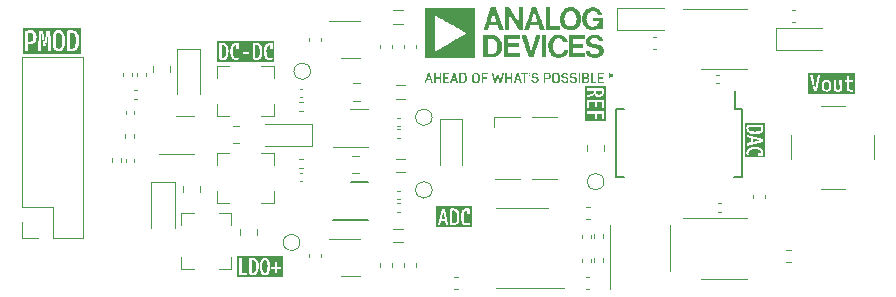
<source format=gbr>
%TF.GenerationSoftware,KiCad,Pcbnew,(6.0.5)*%
%TF.CreationDate,2022-10-08T22:42:16+08:00*%
%TF.ProjectId,LabPrecisionVoltageSource_V1.2,4c616250-7265-4636-9973-696f6e566f6c,rev?*%
%TF.SameCoordinates,Original*%
%TF.FileFunction,Legend,Top*%
%TF.FilePolarity,Positive*%
%FSLAX46Y46*%
G04 Gerber Fmt 4.6, Leading zero omitted, Abs format (unit mm)*
G04 Created by KiCad (PCBNEW (6.0.5)) date 2022-10-08 22:42:16*
%MOMM*%
%LPD*%
G01*
G04 APERTURE LIST*
%ADD10C,0.120000*%
%ADD11C,0.150000*%
G04 APERTURE END LIST*
%TO.C,kibuzzard-63418A24*%
G36*
X138960075Y-103926875D02*
G01*
X142839925Y-103926875D01*
X142839925Y-105673125D01*
X138960075Y-105673125D01*
X138960075Y-105495325D01*
X139118825Y-105495325D01*
X139776050Y-105495325D01*
X139776050Y-105476275D01*
X139989410Y-105476275D01*
X140132761Y-105504850D01*
X140288495Y-105514375D01*
X140446610Y-105497944D01*
X140570435Y-105448653D01*
X140664494Y-105358879D01*
X140733313Y-105221005D01*
X140764533Y-105100143D01*
X140783266Y-104953458D01*
X140788820Y-104800000D01*
X140900000Y-104800000D01*
X140905186Y-104966793D01*
X140920743Y-105109033D01*
X140946673Y-105226720D01*
X141004061Y-105361499D01*
X141082880Y-105449605D01*
X141186703Y-105498183D01*
X141319100Y-105514375D01*
X141451498Y-105498183D01*
X141555320Y-105449605D01*
X141634139Y-105361499D01*
X141691528Y-105226720D01*
X141717457Y-105109033D01*
X141729379Y-105000025D01*
X141862025Y-105000025D01*
X142170635Y-105000025D01*
X142170635Y-105400075D01*
X142374470Y-105400075D01*
X142374470Y-105000025D01*
X142681175Y-105000025D01*
X142681175Y-104841910D01*
X142374470Y-104841910D01*
X142374470Y-104447575D01*
X142170635Y-104447575D01*
X142170635Y-104841910D01*
X141862025Y-104841910D01*
X141862025Y-105000025D01*
X141729379Y-105000025D01*
X141733014Y-104966793D01*
X141738200Y-104800000D01*
X141733014Y-104633207D01*
X141717457Y-104490967D01*
X141691528Y-104373280D01*
X141634139Y-104238501D01*
X141555320Y-104150395D01*
X141451498Y-104101818D01*
X141319100Y-104085625D01*
X141186703Y-104101818D01*
X141082880Y-104150395D01*
X141004061Y-104238501D01*
X140946673Y-104373280D01*
X140920743Y-104490967D01*
X140905186Y-104633207D01*
X140900000Y-104800000D01*
X140788820Y-104800000D01*
X140789510Y-104780950D01*
X140782188Y-104602892D01*
X140760221Y-104453528D01*
X140723609Y-104332858D01*
X140672353Y-104240883D01*
X140577632Y-104154628D01*
X140449679Y-104102876D01*
X140288495Y-104085625D01*
X140138476Y-104095150D01*
X139989410Y-104123725D01*
X139989410Y-105476275D01*
X139776050Y-105476275D01*
X139776050Y-105329590D01*
X139332185Y-105329590D01*
X139332185Y-104104675D01*
X139118825Y-104104675D01*
X139118825Y-105495325D01*
X138960075Y-105495325D01*
X138960075Y-103926875D01*
G37*
G36*
X141417684Y-104280649D02*
G01*
X141484835Y-104368518D01*
X141513410Y-104468530D01*
X141530555Y-104612358D01*
X141536270Y-104800000D01*
X141530555Y-104987643D01*
X141513410Y-105131470D01*
X141484835Y-105231483D01*
X141417684Y-105319351D01*
X141319100Y-105348640D01*
X141220516Y-105319351D01*
X141153365Y-105231483D01*
X141124790Y-105131470D01*
X141107645Y-104987643D01*
X141101930Y-104800000D01*
X141107645Y-104612358D01*
X141124790Y-104468530D01*
X141153365Y-104368518D01*
X141220516Y-104280649D01*
X141319100Y-104251360D01*
X141417684Y-104280649D01*
G37*
G36*
X140420416Y-104280887D02*
G01*
X140511380Y-104369470D01*
X140550538Y-104467683D01*
X140574033Y-104604843D01*
X140581865Y-104780950D01*
X140574139Y-104975472D01*
X140550962Y-105124697D01*
X140512332Y-105228625D01*
X140421607Y-105320065D01*
X140288495Y-105350545D01*
X140202770Y-105333400D01*
X140202770Y-104268505D01*
X140288495Y-104251360D01*
X140420416Y-104280887D01*
G37*
%TO.C,kibuzzard-63418A1A*%
G36*
X120827469Y-84608594D02*
G01*
X125772531Y-84608594D01*
X125772531Y-86791406D01*
X120827469Y-86791406D01*
X120827469Y-86569156D01*
X121025906Y-86569156D01*
X121292606Y-86569156D01*
X122121281Y-86569156D01*
X122354644Y-86569156D01*
X122395125Y-85092781D01*
X122402269Y-85092781D01*
X122538000Y-86164344D01*
X122764219Y-86164344D01*
X122911856Y-85092781D01*
X122914237Y-85092781D01*
X122949956Y-86569156D01*
X123204750Y-86569156D01*
X123160697Y-85700000D01*
X123330956Y-85700000D01*
X123337439Y-85908492D01*
X123356885Y-86086292D01*
X123389297Y-86233400D01*
X123461032Y-86401873D01*
X123559556Y-86512006D01*
X123689334Y-86572728D01*
X123854831Y-86592969D01*
X124020328Y-86572728D01*
X124078854Y-86545344D01*
X124573969Y-86545344D01*
X124753158Y-86581062D01*
X124947825Y-86592969D01*
X125145469Y-86572430D01*
X125300250Y-86510816D01*
X125417824Y-86398599D01*
X125503847Y-86226256D01*
X125542873Y-86075179D01*
X125566289Y-85891823D01*
X125574094Y-85676188D01*
X125564941Y-85453615D01*
X125537482Y-85266910D01*
X125491717Y-85116073D01*
X125427647Y-85001103D01*
X125309246Y-84893285D01*
X125149305Y-84828595D01*
X124947825Y-84807031D01*
X124760302Y-84818938D01*
X124573969Y-84854656D01*
X124573969Y-86545344D01*
X124078854Y-86545344D01*
X124150106Y-86512006D01*
X124248630Y-86401873D01*
X124320366Y-86233400D01*
X124352777Y-86086292D01*
X124372224Y-85908492D01*
X124378706Y-85700000D01*
X124372224Y-85491508D01*
X124352777Y-85313708D01*
X124320366Y-85166600D01*
X124248630Y-84998127D01*
X124150106Y-84887994D01*
X124020328Y-84827272D01*
X123854831Y-84807031D01*
X123689334Y-84827272D01*
X123559556Y-84887994D01*
X123461032Y-84998127D01*
X123389297Y-85166600D01*
X123356885Y-85313708D01*
X123337439Y-85491508D01*
X123330956Y-85700000D01*
X123160697Y-85700000D01*
X123116644Y-84830844D01*
X122816606Y-84830844D01*
X122673731Y-85938125D01*
X122668969Y-85938125D01*
X122523712Y-84830844D01*
X122211769Y-84830844D01*
X122121281Y-86569156D01*
X121292606Y-86569156D01*
X121292606Y-85973844D01*
X121430719Y-85985750D01*
X121600449Y-85969875D01*
X121738165Y-85922250D01*
X121843866Y-85842875D01*
X121918610Y-85728840D01*
X121963457Y-85577233D01*
X121978406Y-85388056D01*
X121963854Y-85202186D01*
X121920198Y-85054152D01*
X121847437Y-84943953D01*
X121742927Y-84867885D01*
X121604021Y-84822245D01*
X121430719Y-84807031D01*
X121293665Y-84812323D01*
X121158727Y-84828198D01*
X121025906Y-84854656D01*
X121025906Y-86569156D01*
X120827469Y-86569156D01*
X120827469Y-84608594D01*
G37*
G36*
X123978061Y-85050812D02*
G01*
X124062000Y-85160647D01*
X124097719Y-85285663D01*
X124119150Y-85465447D01*
X124126294Y-85700000D01*
X124119150Y-85934553D01*
X124097719Y-86114337D01*
X124062000Y-86239353D01*
X123978061Y-86349188D01*
X123854831Y-86385800D01*
X123731602Y-86349188D01*
X123647662Y-86239353D01*
X123611944Y-86114337D01*
X123590512Y-85934553D01*
X123583369Y-85700000D01*
X123590512Y-85465447D01*
X123611944Y-85285663D01*
X123647662Y-85160647D01*
X123731602Y-85050812D01*
X123854831Y-85014200D01*
X123978061Y-85050812D01*
G37*
G36*
X125112727Y-85051109D02*
G01*
X125226431Y-85161838D01*
X125275379Y-85284604D01*
X125304748Y-85456054D01*
X125314537Y-85676188D01*
X125304880Y-85919340D01*
X125275908Y-86105871D01*
X125227622Y-86235781D01*
X125114215Y-86350081D01*
X124947825Y-86388181D01*
X124840669Y-86366750D01*
X124840669Y-85035631D01*
X124947825Y-85014200D01*
X125112727Y-85051109D01*
G37*
G36*
X121559009Y-85036227D02*
G01*
X121648603Y-85102306D01*
X121701288Y-85217797D01*
X121718850Y-85388056D01*
X121701288Y-85571115D01*
X121648603Y-85691666D01*
X121559009Y-85758638D01*
X121430719Y-85780963D01*
X121292606Y-85764294D01*
X121292606Y-85033250D01*
X121430719Y-85014200D01*
X121559009Y-85036227D01*
G37*
%TO.C,kibuzzard-63418A0A*%
G36*
X137276205Y-85726875D02*
G01*
X142123795Y-85726875D01*
X142123795Y-87473125D01*
X137276205Y-87473125D01*
X137276205Y-87276275D01*
X137434955Y-87276275D01*
X137578306Y-87304850D01*
X137734040Y-87314375D01*
X137892155Y-87297944D01*
X138015980Y-87248653D01*
X138110039Y-87158879D01*
X138178857Y-87021005D01*
X138210078Y-86900143D01*
X138228811Y-86753458D01*
X138235055Y-86580950D01*
X138374120Y-86580950D01*
X138381651Y-86752846D01*
X138404243Y-86901823D01*
X138441896Y-87027881D01*
X138494611Y-87131019D01*
X138562388Y-87211237D01*
X138645225Y-87268536D01*
X138743124Y-87302915D01*
X138856085Y-87314375D01*
X138983244Y-87302469D01*
X139067413Y-87276275D01*
X140292455Y-87276275D01*
X140435806Y-87304850D01*
X140591540Y-87314375D01*
X140749655Y-87297944D01*
X140873480Y-87248653D01*
X140967539Y-87158879D01*
X141036358Y-87021005D01*
X141067578Y-86900143D01*
X141086311Y-86753458D01*
X141092555Y-86580950D01*
X141231620Y-86580950D01*
X141239151Y-86752846D01*
X141261743Y-86901823D01*
X141299396Y-87027881D01*
X141352111Y-87131019D01*
X141419888Y-87211237D01*
X141502725Y-87268536D01*
X141600624Y-87302915D01*
X141713585Y-87314375D01*
X141840744Y-87302469D01*
X141955520Y-87266750D01*
X141955520Y-87091490D01*
X141846935Y-87135781D01*
X141745970Y-87150545D01*
X141652837Y-87134723D01*
X141576637Y-87087257D01*
X141517370Y-87008146D01*
X141475037Y-86897392D01*
X141449637Y-86754993D01*
X141441170Y-86580950D01*
X141448843Y-86419713D01*
X141471862Y-86287792D01*
X141510226Y-86185186D01*
X141563937Y-86111897D01*
X141632993Y-86067923D01*
X141717395Y-86053265D01*
X141761210Y-86060885D01*
X141761210Y-86358065D01*
X141965045Y-86358065D01*
X141965045Y-85927535D01*
X141843601Y-85896103D01*
X141707870Y-85885625D01*
X141596249Y-85896489D01*
X141499511Y-85929083D01*
X141417655Y-85983405D01*
X141350682Y-86059456D01*
X141298593Y-86157236D01*
X141261386Y-86276745D01*
X141239061Y-86417983D01*
X141231620Y-86580950D01*
X141092555Y-86580950D01*
X141085233Y-86402892D01*
X141063266Y-86253528D01*
X141026654Y-86132858D01*
X140975398Y-86040883D01*
X140880677Y-85954628D01*
X140752724Y-85902876D01*
X140591540Y-85885625D01*
X140441521Y-85895150D01*
X140292455Y-85923725D01*
X140292455Y-87276275D01*
X139067413Y-87276275D01*
X139098020Y-87266750D01*
X139098020Y-87091490D01*
X138989435Y-87135781D01*
X138888470Y-87150545D01*
X138795337Y-87134723D01*
X138719137Y-87087257D01*
X138659870Y-87008146D01*
X138617537Y-86897392D01*
X138602208Y-86811455D01*
X139431395Y-86811455D01*
X140002895Y-86811455D01*
X140002895Y-86653340D01*
X139431395Y-86653340D01*
X139431395Y-86811455D01*
X138602208Y-86811455D01*
X138592137Y-86754993D01*
X138583670Y-86580950D01*
X138591343Y-86419713D01*
X138614362Y-86287792D01*
X138652726Y-86185186D01*
X138706437Y-86111897D01*
X138775493Y-86067923D01*
X138859895Y-86053265D01*
X138903710Y-86060885D01*
X138903710Y-86358065D01*
X139107545Y-86358065D01*
X139107545Y-85927535D01*
X138986101Y-85896103D01*
X138850370Y-85885625D01*
X138738749Y-85896489D01*
X138642011Y-85929083D01*
X138560155Y-85983405D01*
X138493182Y-86059456D01*
X138441093Y-86157236D01*
X138403886Y-86276745D01*
X138381561Y-86417983D01*
X138374120Y-86580950D01*
X138235055Y-86580950D01*
X138227733Y-86402892D01*
X138205766Y-86253528D01*
X138169154Y-86132858D01*
X138117897Y-86040883D01*
X138023177Y-85954628D01*
X137895224Y-85902876D01*
X137734040Y-85885625D01*
X137584021Y-85895150D01*
X137434955Y-85923725D01*
X137434955Y-87276275D01*
X137276205Y-87276275D01*
X137276205Y-85726875D01*
G37*
G36*
X137865961Y-86080887D02*
G01*
X137956925Y-86169470D01*
X137996083Y-86267683D01*
X138019578Y-86404843D01*
X138027410Y-86580950D01*
X138019684Y-86775472D01*
X137996507Y-86924697D01*
X137957877Y-87028625D01*
X137867152Y-87120065D01*
X137734040Y-87150545D01*
X137648315Y-87133400D01*
X137648315Y-86068505D01*
X137734040Y-86051360D01*
X137865961Y-86080887D01*
G37*
G36*
X140723461Y-86080887D02*
G01*
X140814425Y-86169470D01*
X140853583Y-86267683D01*
X140877078Y-86404843D01*
X140884910Y-86580950D01*
X140877184Y-86775472D01*
X140854007Y-86924697D01*
X140815377Y-87028625D01*
X140724652Y-87120065D01*
X140591540Y-87150545D01*
X140505815Y-87133400D01*
X140505815Y-86068505D01*
X140591540Y-86051360D01*
X140723461Y-86080887D01*
G37*
%TO.C,kibuzzard-634189FF*%
G36*
X155790605Y-99726875D02*
G01*
X158809395Y-99726875D01*
X158809395Y-101473125D01*
X155790605Y-101473125D01*
X155790605Y-101295325D01*
X155949355Y-101295325D01*
X156162715Y-101295325D01*
X156235105Y-100929565D01*
X156560860Y-100929565D01*
X156633250Y-101295325D01*
X156854230Y-101295325D01*
X156849715Y-101276275D01*
X156978055Y-101276275D01*
X157121406Y-101304850D01*
X157277140Y-101314375D01*
X157435255Y-101297944D01*
X157559080Y-101248653D01*
X157653139Y-101158879D01*
X157721957Y-101021005D01*
X157753178Y-100900143D01*
X157771911Y-100753458D01*
X157778155Y-100580950D01*
X157917220Y-100580950D01*
X157924751Y-100752846D01*
X157947343Y-100901823D01*
X157984996Y-101027881D01*
X158037711Y-101131019D01*
X158105488Y-101211237D01*
X158188325Y-101268536D01*
X158286224Y-101302915D01*
X158399185Y-101314375D01*
X158526344Y-101302469D01*
X158641120Y-101266750D01*
X158641120Y-101091490D01*
X158532535Y-101135781D01*
X158431570Y-101150545D01*
X158338437Y-101134723D01*
X158262237Y-101087257D01*
X158202970Y-101008146D01*
X158160637Y-100897392D01*
X158135237Y-100754993D01*
X158126770Y-100580950D01*
X158134443Y-100419713D01*
X158157462Y-100287792D01*
X158195826Y-100185186D01*
X158249537Y-100111897D01*
X158318593Y-100067923D01*
X158402995Y-100053265D01*
X158446810Y-100060885D01*
X158446810Y-100358065D01*
X158650645Y-100358065D01*
X158650645Y-99927535D01*
X158529201Y-99896103D01*
X158393470Y-99885625D01*
X158281849Y-99896489D01*
X158185111Y-99929083D01*
X158103255Y-99983405D01*
X158036282Y-100059456D01*
X157984193Y-100157236D01*
X157946986Y-100276745D01*
X157924661Y-100417983D01*
X157917220Y-100580950D01*
X157778155Y-100580950D01*
X157770833Y-100402892D01*
X157748866Y-100253528D01*
X157712254Y-100132858D01*
X157660997Y-100040883D01*
X157566277Y-99954628D01*
X157438324Y-99902876D01*
X157277140Y-99885625D01*
X157127121Y-99895150D01*
X156978055Y-99923725D01*
X156978055Y-101276275D01*
X156849715Y-101276275D01*
X156524665Y-99904675D01*
X156277015Y-99904675D01*
X155949355Y-101295325D01*
X155790605Y-101295325D01*
X155790605Y-99726875D01*
G37*
G36*
X157409061Y-100080887D02*
G01*
X157500025Y-100169470D01*
X157539183Y-100267683D01*
X157562678Y-100404843D01*
X157570510Y-100580950D01*
X157562784Y-100775472D01*
X157539607Y-100924697D01*
X157500977Y-101028625D01*
X157410252Y-101120065D01*
X157277140Y-101150545D01*
X157191415Y-101133400D01*
X157191415Y-100068505D01*
X157277140Y-100051360D01*
X157409061Y-100080887D01*
G37*
G36*
X156528475Y-100767640D02*
G01*
X156267490Y-100767640D01*
X156397030Y-100114225D01*
X156398935Y-100114225D01*
X156528475Y-100767640D01*
G37*
%TO.C,kibuzzard-634189F6*%
G36*
X183673125Y-92628705D02*
G01*
X183673125Y-95571295D01*
X181926875Y-95571295D01*
X181926875Y-95161085D01*
X182085625Y-95161085D01*
X182097531Y-95288244D01*
X182133250Y-95403020D01*
X182308510Y-95403020D01*
X182264219Y-95294435D01*
X182249455Y-95193470D01*
X182265277Y-95100337D01*
X182312743Y-95024137D01*
X182391854Y-94964870D01*
X182502608Y-94922537D01*
X182645007Y-94897137D01*
X182819050Y-94888670D01*
X182980287Y-94896343D01*
X183112208Y-94919362D01*
X183214814Y-94957726D01*
X183288103Y-95011437D01*
X183332077Y-95080493D01*
X183346735Y-95164895D01*
X183339115Y-95208710D01*
X183041935Y-95208710D01*
X183041935Y-95412545D01*
X183472465Y-95412545D01*
X183503897Y-95291101D01*
X183514375Y-95155370D01*
X183503511Y-95043749D01*
X183470917Y-94947011D01*
X183416595Y-94865155D01*
X183340544Y-94798182D01*
X183242764Y-94746093D01*
X183123255Y-94708886D01*
X182982017Y-94686561D01*
X182819050Y-94679120D01*
X182647154Y-94686651D01*
X182498177Y-94709243D01*
X182372119Y-94746896D01*
X182268981Y-94799611D01*
X182188763Y-94867388D01*
X182131464Y-94950225D01*
X182097085Y-95048124D01*
X182085625Y-95161085D01*
X181926875Y-95161085D01*
X181926875Y-93877115D01*
X182104675Y-93877115D01*
X182470435Y-93949505D01*
X182470435Y-94275260D01*
X182104675Y-94347650D01*
X182104675Y-94568630D01*
X183495325Y-94239065D01*
X183495325Y-93991415D01*
X182104675Y-93663755D01*
X182104675Y-93877115D01*
X181926875Y-93877115D01*
X181926875Y-93086540D01*
X182085625Y-93086540D01*
X182102056Y-93244655D01*
X182151347Y-93368480D01*
X182241121Y-93462539D01*
X182378995Y-93531357D01*
X182499857Y-93562578D01*
X182646542Y-93581311D01*
X182819050Y-93587555D01*
X182997108Y-93580233D01*
X183146472Y-93558266D01*
X183267142Y-93521654D01*
X183359117Y-93470397D01*
X183445372Y-93375677D01*
X183497124Y-93247724D01*
X183514375Y-93086540D01*
X183504850Y-92936521D01*
X183476275Y-92787455D01*
X182123725Y-92787455D01*
X182095150Y-92930806D01*
X182085625Y-93086540D01*
X181926875Y-93086540D01*
X181926875Y-92628705D01*
X183673125Y-92628705D01*
G37*
G36*
X183348640Y-93086540D02*
G01*
X183319113Y-93218461D01*
X183230530Y-93309425D01*
X183132317Y-93348583D01*
X182995157Y-93372078D01*
X182819050Y-93379910D01*
X182624528Y-93372184D01*
X182475303Y-93349007D01*
X182371375Y-93310377D01*
X182279935Y-93219652D01*
X182249455Y-93086540D01*
X182266600Y-93000815D01*
X183331495Y-93000815D01*
X183348640Y-93086540D01*
G37*
G36*
X183285775Y-94111430D02*
G01*
X183285775Y-94113335D01*
X182632360Y-94242875D01*
X182632360Y-93981890D01*
X183285775Y-94111430D01*
G37*
%TO.C,kibuzzard-634189ED*%
G36*
X187319118Y-88436400D02*
G01*
X191280882Y-88436400D01*
X191280882Y-90163600D01*
X187319118Y-90163600D01*
X187319118Y-88595150D01*
X187477867Y-88595150D01*
X187786478Y-89985800D01*
X188034128Y-89985800D01*
X188144722Y-89490500D01*
X188464658Y-89490500D01*
X188475664Y-89654330D01*
X188508684Y-89785140D01*
X188563718Y-89882930D01*
X188641188Y-89950663D01*
X188741518Y-89991303D01*
X188864708Y-90004850D01*
X188987898Y-89991303D01*
X189088228Y-89950663D01*
X189165698Y-89882930D01*
X189220731Y-89785140D01*
X189249423Y-89671475D01*
X189464783Y-89671475D01*
X189484309Y-89833400D01*
X189542888Y-89934365D01*
X189610198Y-89973523D01*
X189707988Y-89997018D01*
X189836258Y-90004850D01*
X189958813Y-89995960D01*
X190069937Y-89969290D01*
X190169632Y-89924840D01*
X190169632Y-89187605D01*
X190398233Y-89187605D01*
X190594448Y-89187605D01*
X190594448Y-89700050D01*
X190611354Y-89847687D01*
X190662075Y-89940080D01*
X190756134Y-89988658D01*
X190903058Y-90004850D01*
X191008309Y-89999135D01*
X191103083Y-89981990D01*
X191103083Y-89808635D01*
X191021644Y-89830066D01*
X190941157Y-89837210D01*
X190826858Y-89805778D01*
X190802093Y-89661950D01*
X190802093Y-89187605D01*
X191122133Y-89187605D01*
X191122133Y-89033300D01*
X190802093Y-89033300D01*
X190802093Y-88671350D01*
X190594448Y-88671350D01*
X190594448Y-89033300D01*
X190398233Y-89033300D01*
X190398233Y-89187605D01*
X190169632Y-89187605D01*
X190169632Y-88995200D01*
X189960083Y-88995200D01*
X189961988Y-89810540D01*
X189832448Y-89848640D01*
X189703860Y-89811492D01*
X189668618Y-89671475D01*
X189668618Y-88995200D01*
X189464783Y-88995200D01*
X189464783Y-89671475D01*
X189249423Y-89671475D01*
X189253751Y-89654330D01*
X189264758Y-89490500D01*
X189253751Y-89326670D01*
X189220731Y-89195860D01*
X189165698Y-89098070D01*
X189088228Y-89030337D01*
X188987898Y-88989697D01*
X188864708Y-88976150D01*
X188741518Y-88989697D01*
X188641188Y-89030337D01*
X188563718Y-89098070D01*
X188508684Y-89195860D01*
X188475664Y-89326670D01*
X188464658Y-89490500D01*
X188144722Y-89490500D01*
X188344643Y-88595150D01*
X188133188Y-88595150D01*
X187916017Y-89795300D01*
X187914113Y-89795300D01*
X187696943Y-88595150D01*
X187477867Y-88595150D01*
X187319118Y-88595150D01*
X187319118Y-88436400D01*
G37*
G36*
X188951147Y-89151172D02*
G01*
X189008535Y-89207608D01*
X189040682Y-89315954D01*
X189051398Y-89490500D01*
X189040682Y-89665046D01*
X189008535Y-89773392D01*
X188951147Y-89829828D01*
X188864708Y-89848640D01*
X188778268Y-89829828D01*
X188720880Y-89773392D01*
X188688733Y-89665046D01*
X188678018Y-89490500D01*
X188688733Y-89315954D01*
X188720880Y-89207608D01*
X188778268Y-89151172D01*
X188864708Y-89132360D01*
X188951147Y-89151172D01*
G37*
%TO.C,kibuzzard-634189C4*%
G36*
X170163600Y-89536325D02*
G01*
X170163600Y-92463675D01*
X168436400Y-92463675D01*
X168436400Y-91870585D01*
X168595150Y-91870585D01*
X169261900Y-91870585D01*
X169261900Y-92285875D01*
X169423825Y-92285875D01*
X169423825Y-91870585D01*
X169820065Y-91870585D01*
X169820065Y-92304925D01*
X169985800Y-92304925D01*
X169985800Y-91657225D01*
X168595150Y-91657225D01*
X168595150Y-91870585D01*
X168436400Y-91870585D01*
X168436400Y-91352425D01*
X168595150Y-91352425D01*
X168760885Y-91352425D01*
X168760885Y-90899035D01*
X169261900Y-90899035D01*
X169261900Y-91333375D01*
X169423825Y-91333375D01*
X169423825Y-90899035D01*
X169820065Y-90899035D01*
X169820065Y-91352425D01*
X169985800Y-91352425D01*
X169985800Y-90685675D01*
X168595150Y-90685675D01*
X168595150Y-91352425D01*
X168436400Y-91352425D01*
X168436400Y-90495175D01*
X168595150Y-90495175D01*
X168983770Y-90377065D01*
X169133313Y-90316105D01*
X169227610Y-90243715D01*
X169231420Y-90243715D01*
X169285951Y-90337060D01*
X169363818Y-90403735D01*
X169465021Y-90443740D01*
X169589560Y-90457075D01*
X169720264Y-90445328D01*
X169825357Y-90410085D01*
X169904837Y-90351348D01*
X169960400Y-90267422D01*
X169993738Y-90156614D01*
X170004850Y-90018925D01*
X170000617Y-89909282D01*
X169987917Y-89801332D01*
X169966750Y-89695075D01*
X168595150Y-89695075D01*
X168595150Y-89908435D01*
X169172365Y-89908435D01*
X169172365Y-89982730D01*
X169135218Y-90097983D01*
X169081639Y-90134416D01*
X168995200Y-90165610D01*
X168595150Y-90276100D01*
X168595150Y-90495175D01*
X168436400Y-90495175D01*
X168436400Y-89536325D01*
X170163600Y-89536325D01*
G37*
G36*
X169839115Y-90018925D02*
G01*
X169824113Y-90120366D01*
X169779107Y-90192280D01*
X169701717Y-90235143D01*
X169589560Y-90249430D01*
X169472403Y-90234190D01*
X169395250Y-90188470D01*
X169352387Y-90106555D01*
X169338100Y-89982730D01*
X169338100Y-89908435D01*
X169823875Y-89908435D01*
X169839115Y-90018925D01*
G37*
D10*
%TO.C,J101*%
X185894800Y-95700000D02*
X185894800Y-93700000D01*
X190400000Y-98205200D02*
X188400000Y-98205200D01*
X188400000Y-91194800D02*
X190400000Y-91194800D01*
X192905200Y-93700000D02*
X192905200Y-95700000D01*
%TO.C,C205*%
X154081141Y-86316443D02*
X154081141Y-86035283D01*
X153061141Y-86316443D02*
X153061141Y-86035283D01*
%TO.C,G\u002A\u002A\u002A*%
G36*
X160685546Y-88511049D02*
G01*
X160694239Y-88548245D01*
X160705802Y-88598107D01*
X160719434Y-88657152D01*
X160734330Y-88721895D01*
X160749689Y-88788852D01*
X160762743Y-88845935D01*
X160776273Y-88904782D01*
X160788663Y-88957882D01*
X160799432Y-89003233D01*
X160808097Y-89038831D01*
X160814176Y-89062672D01*
X160817187Y-89072754D01*
X160817377Y-89072945D01*
X160820325Y-89064779D01*
X160827601Y-89042717D01*
X160838592Y-89008674D01*
X160852684Y-88964562D01*
X160869266Y-88912297D01*
X160887725Y-88853790D01*
X160897419Y-88822946D01*
X160975176Y-88575232D01*
X161041963Y-88572832D01*
X161108751Y-88570432D01*
X161125651Y-88626663D01*
X161132839Y-88650798D01*
X161143767Y-88687766D01*
X161157532Y-88734501D01*
X161173230Y-88787937D01*
X161189961Y-88845007D01*
X161199396Y-88877243D01*
X161218010Y-88939622D01*
X161233688Y-88989540D01*
X161246145Y-89026177D01*
X161255097Y-89048713D01*
X161260260Y-89056329D01*
X161261125Y-89055299D01*
X161264124Y-89043810D01*
X161270567Y-89018084D01*
X161279995Y-88979981D01*
X161291953Y-88931361D01*
X161305982Y-88874086D01*
X161321625Y-88810014D01*
X161338425Y-88741007D01*
X161341322Y-88729089D01*
X161358201Y-88659896D01*
X161373979Y-88595729D01*
X161388205Y-88538378D01*
X161400431Y-88489632D01*
X161410208Y-88451278D01*
X161417086Y-88425107D01*
X161420616Y-88412907D01*
X161420872Y-88412314D01*
X161430589Y-88409098D01*
X161452587Y-88406691D01*
X161482588Y-88405511D01*
X161490875Y-88405457D01*
X161523958Y-88405890D01*
X161543708Y-88407668D01*
X161553342Y-88411505D01*
X161556079Y-88418116D01*
X161556078Y-88419950D01*
X161553834Y-88430543D01*
X161547598Y-88455550D01*
X161537786Y-88493415D01*
X161524809Y-88542585D01*
X161509083Y-88601505D01*
X161491019Y-88668622D01*
X161471031Y-88742381D01*
X161449534Y-88821228D01*
X161442061Y-88848528D01*
X161328606Y-89262614D01*
X161184852Y-89267386D01*
X161168433Y-89211169D01*
X161161354Y-89186850D01*
X161150584Y-89149741D01*
X161137028Y-89102964D01*
X161121589Y-89049642D01*
X161105174Y-88992898D01*
X161096977Y-88964546D01*
X161081519Y-88911258D01*
X161067576Y-88863561D01*
X161055803Y-88823662D01*
X161046854Y-88793772D01*
X161041384Y-88776097D01*
X161039987Y-88772186D01*
X161037210Y-88779307D01*
X161030269Y-88800408D01*
X161019752Y-88833603D01*
X161006249Y-88877004D01*
X160990349Y-88928727D01*
X160972641Y-88986884D01*
X160963705Y-89016422D01*
X160889378Y-89262614D01*
X160817887Y-89264997D01*
X160785221Y-89265366D01*
X160759404Y-89264305D01*
X160744481Y-89262037D01*
X160742476Y-89260856D01*
X160739836Y-89252045D01*
X160733545Y-89229012D01*
X160724073Y-89193574D01*
X160711895Y-89147552D01*
X160697483Y-89092764D01*
X160681308Y-89031028D01*
X160663844Y-88964165D01*
X160645563Y-88893992D01*
X160626937Y-88822329D01*
X160608438Y-88750994D01*
X160590540Y-88681807D01*
X160573714Y-88616587D01*
X160558433Y-88557151D01*
X160545170Y-88505321D01*
X160534396Y-88462913D01*
X160526584Y-88431747D01*
X160522208Y-88413643D01*
X160521426Y-88409779D01*
X160529070Y-88407816D01*
X160549452Y-88406319D01*
X160578751Y-88405525D01*
X160591063Y-88405457D01*
X160660701Y-88405457D01*
X160685546Y-88511049D01*
G37*
G36*
X170012264Y-88521401D02*
G01*
X169623024Y-88521401D01*
X169623024Y-88786416D01*
X169904602Y-88786416D01*
X169904602Y-88894078D01*
X169623024Y-88894078D01*
X169623024Y-89159092D01*
X170012264Y-89159092D01*
X170012264Y-89266755D01*
X169490517Y-89266755D01*
X169490517Y-88405457D01*
X170012264Y-88405457D01*
X170012264Y-88521401D01*
G37*
G36*
X169051586Y-89159092D02*
G01*
X169382854Y-89159092D01*
X169382854Y-89266755D01*
X168919079Y-89266755D01*
X168919079Y-88405457D01*
X169051586Y-88405457D01*
X169051586Y-89159092D01*
G37*
G36*
X159096972Y-82889839D02*
G01*
X159096972Y-87138356D01*
X154881583Y-87138356D01*
X154881583Y-85075603D01*
X155742880Y-85075603D01*
X155742911Y-85232755D01*
X155743000Y-85385407D01*
X155743145Y-85532739D01*
X155743342Y-85673932D01*
X155743590Y-85808167D01*
X155743883Y-85934623D01*
X155744221Y-86052482D01*
X155744598Y-86160924D01*
X155745013Y-86259130D01*
X155745462Y-86346279D01*
X155745943Y-86421554D01*
X155746452Y-86484133D01*
X155746985Y-86533199D01*
X155747541Y-86567930D01*
X155748116Y-86587509D01*
X155748541Y-86591763D01*
X155756155Y-86587635D01*
X155777339Y-86575527D01*
X155811385Y-86555853D01*
X155857586Y-86529028D01*
X155915231Y-86495466D01*
X155983614Y-86455581D01*
X156062025Y-86409787D01*
X156149757Y-86358498D01*
X156246101Y-86302130D01*
X156350348Y-86241095D01*
X156461791Y-86175809D01*
X156579720Y-86106685D01*
X156703429Y-86034138D01*
X156832207Y-85958582D01*
X156965347Y-85880431D01*
X157069122Y-85819493D01*
X157205054Y-85739637D01*
X157337110Y-85662015D01*
X157464584Y-85587043D01*
X157586772Y-85515139D01*
X157702968Y-85446718D01*
X157812468Y-85382197D01*
X157914565Y-85321992D01*
X158008555Y-85266519D01*
X158093733Y-85216195D01*
X158169393Y-85171436D01*
X158234831Y-85132658D01*
X158289341Y-85100278D01*
X158332218Y-85074711D01*
X158362758Y-85056376D01*
X158380254Y-85045686D01*
X158384394Y-85042931D01*
X158377354Y-85038510D01*
X158356741Y-85026478D01*
X158323431Y-85007326D01*
X158278295Y-84981547D01*
X158222209Y-84949632D01*
X158156047Y-84912074D01*
X158080682Y-84869364D01*
X157996987Y-84821994D01*
X157905838Y-84770457D01*
X157808107Y-84715243D01*
X157704668Y-84656845D01*
X157596396Y-84595755D01*
X157484164Y-84532465D01*
X157368847Y-84467466D01*
X157251317Y-84401250D01*
X157132449Y-84334310D01*
X157013117Y-84267138D01*
X156894194Y-84200224D01*
X156776554Y-84134062D01*
X156661072Y-84069142D01*
X156548621Y-84005957D01*
X156440074Y-83945000D01*
X156336307Y-83886760D01*
X156238192Y-83831732D01*
X156146603Y-83780405D01*
X156062415Y-83733274D01*
X155986501Y-83690828D01*
X155919734Y-83653561D01*
X155862990Y-83621963D01*
X155817141Y-83596528D01*
X155783062Y-83577746D01*
X155761627Y-83566110D01*
X155753759Y-83562121D01*
X155752392Y-83564157D01*
X155751140Y-83571392D01*
X155749996Y-83584464D01*
X155748958Y-83604008D01*
X155748021Y-83630662D01*
X155747179Y-83665062D01*
X155746429Y-83707846D01*
X155745765Y-83759651D01*
X155745184Y-83821113D01*
X155744680Y-83892869D01*
X155744249Y-83975557D01*
X155743886Y-84069812D01*
X155743588Y-84176273D01*
X155743349Y-84295576D01*
X155743164Y-84428357D01*
X155743029Y-84575254D01*
X155742940Y-84736904D01*
X155742892Y-84913944D01*
X155742880Y-85075603D01*
X154881583Y-85075603D01*
X154881583Y-82889839D01*
X159096972Y-82889839D01*
G37*
G36*
X167505752Y-88407415D02*
G01*
X167537542Y-88411139D01*
X167564591Y-88417399D01*
X167617599Y-88440942D01*
X167660668Y-88477138D01*
X167692545Y-88524540D01*
X167711979Y-88581701D01*
X167713518Y-88589725D01*
X167718981Y-88620781D01*
X167589354Y-88620781D01*
X167577187Y-88585584D01*
X167562238Y-88556795D01*
X167539073Y-88536595D01*
X167505569Y-88524006D01*
X167459602Y-88518056D01*
X167428371Y-88517260D01*
X167367899Y-88522047D01*
X167320396Y-88536275D01*
X167286153Y-88559749D01*
X167265457Y-88592271D01*
X167258596Y-88633144D01*
X167262106Y-88660888D01*
X167273650Y-88683569D01*
X167294754Y-88701985D01*
X167326940Y-88716935D01*
X167371732Y-88729214D01*
X167430655Y-88739623D01*
X167472647Y-88745206D01*
X167545968Y-88757957D01*
X167605214Y-88777095D01*
X167651915Y-88803457D01*
X167687604Y-88837882D01*
X167711260Y-88875808D01*
X167720780Y-88898397D01*
X167726579Y-88921777D01*
X167729495Y-88951109D01*
X167730362Y-88991558D01*
X167730366Y-88993815D01*
X167729939Y-89032469D01*
X167727749Y-89060344D01*
X167722622Y-89083212D01*
X167713384Y-89106847D01*
X167702902Y-89128854D01*
X167669630Y-89180935D01*
X167626543Y-89220509D01*
X167571805Y-89249155D01*
X167556913Y-89254520D01*
X167517820Y-89263695D01*
X167469042Y-89269549D01*
X167416838Y-89271829D01*
X167367468Y-89270285D01*
X167327191Y-89264666D01*
X167323885Y-89263865D01*
X167279615Y-89248405D01*
X167236450Y-89226147D01*
X167200861Y-89200636D01*
X167190751Y-89190912D01*
X167171864Y-89164490D01*
X167153047Y-89127976D01*
X167137035Y-89087629D01*
X167126560Y-89049705D01*
X167124996Y-89040406D01*
X167119697Y-89001740D01*
X167252338Y-89001740D01*
X167257409Y-89033451D01*
X167272446Y-89079154D01*
X167300358Y-89115991D01*
X167339141Y-89142375D01*
X167386793Y-89156723D01*
X167415949Y-89158910D01*
X167465669Y-89156209D01*
X167503748Y-89146934D01*
X167534294Y-89129636D01*
X167555454Y-89109732D01*
X167580353Y-89073543D01*
X167592243Y-89032722D01*
X167592210Y-88983407D01*
X167591863Y-88980182D01*
X167587391Y-88954708D01*
X167579062Y-88934299D01*
X167564908Y-88917876D01*
X167542965Y-88904362D01*
X167511266Y-88892678D01*
X167467846Y-88881746D01*
X167410740Y-88870486D01*
X167382851Y-88865514D01*
X167317965Y-88852998D01*
X167267102Y-88840104D01*
X167227743Y-88825655D01*
X167197367Y-88808473D01*
X167173455Y-88787383D01*
X167153486Y-88761205D01*
X167150934Y-88757183D01*
X167138234Y-88735087D01*
X167130831Y-88715609D01*
X167127388Y-88692878D01*
X167126568Y-88661024D01*
X167126621Y-88650399D01*
X167133307Y-88584977D01*
X167152603Y-88530020D01*
X167185063Y-88484635D01*
X167231241Y-88447931D01*
X167262687Y-88431122D01*
X167284357Y-88421903D01*
X167305479Y-88415555D01*
X167330212Y-88411407D01*
X167362716Y-88408786D01*
X167407154Y-88407023D01*
X167413107Y-88406848D01*
X167465629Y-88406078D01*
X167505752Y-88407415D01*
G37*
G36*
X169302313Y-85180262D02*
G01*
X169349272Y-85180989D01*
X169386210Y-85182543D01*
X169416400Y-85185173D01*
X169443110Y-85189129D01*
X169469611Y-85194660D01*
X169486376Y-85198738D01*
X169575134Y-85226611D01*
X169652180Y-85263247D01*
X169720841Y-85310471D01*
X169768218Y-85353314D01*
X169825422Y-85419308D01*
X169869224Y-85490277D01*
X169900874Y-85568870D01*
X169921624Y-85657738D01*
X169925958Y-85687154D01*
X169931626Y-85730801D01*
X169755588Y-85728563D01*
X169579551Y-85726324D01*
X169560986Y-85671185D01*
X169534505Y-85609820D01*
X169499759Y-85561072D01*
X169454867Y-85523255D01*
X169397949Y-85494682D01*
X169345917Y-85478220D01*
X169284833Y-85468129D01*
X169215069Y-85465939D01*
X169142244Y-85471183D01*
X169071975Y-85483398D01*
X169009879Y-85502118D01*
X168997989Y-85507013D01*
X168941944Y-85537842D01*
X168900934Y-85575155D01*
X168874501Y-85619581D01*
X168862184Y-85671751D01*
X168861107Y-85694866D01*
X168863884Y-85733932D01*
X168873966Y-85767824D01*
X168884310Y-85789554D01*
X168908525Y-85825602D01*
X168941813Y-85857174D01*
X168985434Y-85884833D01*
X169040648Y-85909143D01*
X169108714Y-85930666D01*
X169190894Y-85949967D01*
X169279333Y-85966128D01*
X169382124Y-85984084D01*
X169470748Y-86002083D01*
X169547591Y-86020791D01*
X169615037Y-86040871D01*
X169675471Y-86062987D01*
X169731278Y-86087804D01*
X169750115Y-86097228D01*
X169826194Y-86144355D01*
X169888362Y-86200371D01*
X169936823Y-86265501D01*
X169971736Y-86339839D01*
X169982325Y-86380955D01*
X169989817Y-86433383D01*
X169994023Y-86492131D01*
X169994758Y-86552205D01*
X169991835Y-86608613D01*
X169985068Y-86656361D01*
X169983783Y-86662157D01*
X169954846Y-86750042D01*
X169911316Y-86831441D01*
X169854204Y-86905412D01*
X169784525Y-86971016D01*
X169703293Y-87027312D01*
X169611520Y-87073358D01*
X169510219Y-87108214D01*
X169500520Y-87110809D01*
X169467424Y-87118869D01*
X169436476Y-87124778D01*
X169403758Y-87128947D01*
X169365349Y-87131785D01*
X169317333Y-87133702D01*
X169271051Y-87134816D01*
X169190788Y-87135391D01*
X169125045Y-87133526D01*
X169071948Y-87129148D01*
X169050260Y-87126108D01*
X168937718Y-87101018D01*
X168835542Y-87064470D01*
X168744333Y-87017024D01*
X168664691Y-86959237D01*
X168597216Y-86891669D01*
X168542508Y-86814878D01*
X168501168Y-86729423D01*
X168473795Y-86635862D01*
X168464943Y-86581411D01*
X168458264Y-86525509D01*
X168819698Y-86525509D01*
X168819698Y-86545341D01*
X168822104Y-86563342D01*
X168828384Y-86590835D01*
X168836431Y-86619347D01*
X168861784Y-86679043D01*
X168898633Y-86729436D01*
X168948111Y-86771570D01*
X169011353Y-86806494D01*
X169059868Y-86825646D01*
X169086769Y-86834011D01*
X169113063Y-86839483D01*
X169143386Y-86842605D01*
X169182375Y-86843919D01*
X169217220Y-86844054D01*
X169312509Y-86838658D01*
X169395428Y-86822896D01*
X169466719Y-86796526D01*
X169527123Y-86759304D01*
X169558037Y-86732074D01*
X169591112Y-86689377D01*
X169613526Y-86640149D01*
X169622890Y-86589855D01*
X169623024Y-86583481D01*
X169618008Y-86546456D01*
X169604879Y-86505101D01*
X169586512Y-86467123D01*
X169571842Y-86446400D01*
X169546882Y-86421648D01*
X169517442Y-86400147D01*
X169481505Y-86381104D01*
X169437056Y-86363728D01*
X169382080Y-86347225D01*
X169314560Y-86330805D01*
X169235903Y-86314349D01*
X169098365Y-86284471D01*
X168977033Y-86252475D01*
X168871677Y-86218290D01*
X168782066Y-86181850D01*
X168763226Y-86172931D01*
X168679346Y-86125195D01*
X168610623Y-86071113D01*
X168556784Y-86010358D01*
X168517553Y-85942601D01*
X168492656Y-85867515D01*
X168488009Y-85843917D01*
X168481376Y-85755433D01*
X168491246Y-85666356D01*
X168517633Y-85576588D01*
X168539610Y-85526027D01*
X168586332Y-85448389D01*
X168646911Y-85378835D01*
X168720379Y-85318060D01*
X168805768Y-85266758D01*
X168902111Y-85225624D01*
X168996329Y-85198119D01*
X169025733Y-85191746D01*
X169054153Y-85187050D01*
X169084926Y-85183786D01*
X169121388Y-85181709D01*
X169166875Y-85180576D01*
X169224723Y-85180142D01*
X169242065Y-85180113D01*
X169302313Y-85180262D01*
G37*
G36*
X166213321Y-85180202D02*
G01*
X166260350Y-85180964D01*
X166297331Y-85182550D01*
X166327520Y-85185207D01*
X166354173Y-85189184D01*
X166380547Y-85194729D01*
X166396280Y-85198580D01*
X166472449Y-85222581D01*
X166550618Y-85255568D01*
X166623351Y-85294213D01*
X166655016Y-85314385D01*
X166713826Y-85361251D01*
X166772583Y-85420475D01*
X166828008Y-85488170D01*
X166876824Y-85560448D01*
X166904795Y-85610674D01*
X166912323Y-85627623D01*
X166923155Y-85654578D01*
X166935926Y-85687828D01*
X166949272Y-85723663D01*
X166961826Y-85758373D01*
X166972224Y-85788247D01*
X166979102Y-85809576D01*
X166981159Y-85818225D01*
X166973265Y-85819179D01*
X166951131Y-85820027D01*
X166917081Y-85820728D01*
X166873439Y-85821239D01*
X166822529Y-85821522D01*
X166792614Y-85821564D01*
X166604070Y-85821564D01*
X166575861Y-85773944D01*
X166531504Y-85706769D01*
X166481058Y-85643533D01*
X166427227Y-85587017D01*
X166372714Y-85540004D01*
X166320223Y-85505273D01*
X166309096Y-85499499D01*
X166241859Y-85475359D01*
X166172048Y-85466558D01*
X166101576Y-85472491D01*
X166032355Y-85492554D01*
X165966298Y-85526141D01*
X165905318Y-85572648D01*
X165851327Y-85631468D01*
X165839034Y-85648185D01*
X165788687Y-85733626D01*
X165749793Y-85828752D01*
X165722398Y-85931240D01*
X165706547Y-86038765D01*
X165702287Y-86149004D01*
X165709662Y-86259632D01*
X165728718Y-86368326D01*
X165759501Y-86472762D01*
X165802057Y-86570615D01*
X165820261Y-86603772D01*
X165847465Y-86643661D01*
X165882547Y-86685360D01*
X165921599Y-86724945D01*
X165960711Y-86758489D01*
X165995974Y-86782068D01*
X165999827Y-86784075D01*
X166081331Y-86816656D01*
X166163163Y-86833140D01*
X166244397Y-86833436D01*
X166324106Y-86817454D01*
X166328183Y-86816179D01*
X166395253Y-86786260D01*
X166456916Y-86741445D01*
X166512234Y-86682787D01*
X166560269Y-86611339D01*
X166600082Y-86528155D01*
X166611156Y-86498594D01*
X166614052Y-86493845D01*
X166620340Y-86490257D01*
X166632090Y-86487668D01*
X166651372Y-86485919D01*
X166680254Y-86484849D01*
X166720806Y-86484300D01*
X166775098Y-86484111D01*
X166798701Y-86484101D01*
X166981159Y-86484101D01*
X166981159Y-86507042D01*
X166977628Y-86536977D01*
X166967977Y-86577196D01*
X166953618Y-86623232D01*
X166935961Y-86670617D01*
X166916418Y-86714884D01*
X166913836Y-86720129D01*
X166858201Y-86814651D01*
X166791723Y-86896878D01*
X166714279Y-86966887D01*
X166625747Y-87024755D01*
X166526002Y-87070558D01*
X166414924Y-87104376D01*
X166292387Y-87126284D01*
X166261843Y-87129720D01*
X166189904Y-87135504D01*
X166128752Y-87136929D01*
X166073192Y-87133990D01*
X166035503Y-87129428D01*
X165927382Y-87105483D01*
X165825916Y-87066504D01*
X165731480Y-87012784D01*
X165644449Y-86944615D01*
X165565199Y-86862289D01*
X165494103Y-86766100D01*
X165432929Y-86659117D01*
X165412031Y-86612474D01*
X165390068Y-86554809D01*
X165368762Y-86491425D01*
X165349838Y-86427629D01*
X165335016Y-86368725D01*
X165329028Y-86339171D01*
X165319737Y-86272770D01*
X165313384Y-86197208D01*
X165310172Y-86118372D01*
X165310307Y-86042147D01*
X165313991Y-85974422D01*
X165315781Y-85956969D01*
X165337274Y-85830700D01*
X165371053Y-85713335D01*
X165416644Y-85605619D01*
X165473573Y-85508298D01*
X165541367Y-85422118D01*
X165619553Y-85347823D01*
X165707656Y-85286159D01*
X165759607Y-85258172D01*
X165812623Y-85233457D01*
X165859862Y-85214446D01*
X165904904Y-85200428D01*
X165951331Y-85190691D01*
X166002724Y-85184524D01*
X166062663Y-85181215D01*
X166134729Y-85180053D01*
X166152988Y-85180015D01*
X166213321Y-85180202D01*
G37*
G36*
X162520580Y-88797145D02*
G01*
X162545918Y-88722490D01*
X162569433Y-88653170D01*
X162590552Y-88590879D01*
X162608701Y-88537306D01*
X162623308Y-88494145D01*
X162633798Y-88463088D01*
X162639599Y-88445825D01*
X162639942Y-88444795D01*
X162652987Y-88405457D01*
X162797565Y-88405457D01*
X162810254Y-88444795D01*
X162815303Y-88460539D01*
X162824829Y-88490324D01*
X162838274Y-88532412D01*
X162855086Y-88585063D01*
X162874707Y-88646538D01*
X162896583Y-88715098D01*
X162920159Y-88789004D01*
X162944152Y-88864235D01*
X162968478Y-88940472D01*
X162991350Y-89012063D01*
X163012260Y-89077428D01*
X163030702Y-89134982D01*
X163046167Y-89183144D01*
X163058148Y-89220331D01*
X163066137Y-89244960D01*
X163069627Y-89255449D01*
X163069663Y-89255546D01*
X163068510Y-89261032D01*
X163058298Y-89264464D01*
X163036550Y-89266239D01*
X163000791Y-89266754D01*
X162999854Y-89266755D01*
X162925743Y-89266755D01*
X162915491Y-89231557D01*
X162908153Y-89206631D01*
X162897984Y-89172423D01*
X162886938Y-89135507D01*
X162884693Y-89128036D01*
X162864147Y-89059712D01*
X162569912Y-89059712D01*
X162538186Y-89163233D01*
X162506461Y-89266755D01*
X162361090Y-89266755D01*
X162469466Y-88947661D01*
X162615070Y-88947661D01*
X162624042Y-88949053D01*
X162645498Y-88950234D01*
X162675704Y-88951167D01*
X162710926Y-88951814D01*
X162747431Y-88952139D01*
X162781485Y-88952105D01*
X162809355Y-88951674D01*
X162827307Y-88950810D01*
X162832023Y-88949814D01*
X162829686Y-88937792D01*
X162823246Y-88913901D01*
X162813558Y-88880806D01*
X162801478Y-88841172D01*
X162787861Y-88797665D01*
X162773564Y-88752950D01*
X162759442Y-88709692D01*
X162746351Y-88670556D01*
X162735146Y-88638208D01*
X162726683Y-88615313D01*
X162721818Y-88604535D01*
X162721069Y-88604218D01*
X162713467Y-88625009D01*
X162702919Y-88656159D01*
X162690281Y-88694897D01*
X162676407Y-88738454D01*
X162662153Y-88784058D01*
X162648373Y-88828940D01*
X162635922Y-88870329D01*
X162625656Y-88905455D01*
X162618429Y-88931548D01*
X162615097Y-88945839D01*
X162615070Y-88947661D01*
X162469466Y-88947661D01*
X162493993Y-88875444D01*
X162520580Y-88797145D01*
G37*
G36*
X168397331Y-85539854D02*
G01*
X167906640Y-85541991D01*
X167415949Y-85544127D01*
X167413726Y-85736676D01*
X167411502Y-85929226D01*
X168281387Y-85929226D01*
X168281387Y-86268776D01*
X167420089Y-86268776D01*
X167420089Y-86765679D01*
X168438740Y-86765679D01*
X168438740Y-87088665D01*
X167055694Y-87088665D01*
X167055694Y-85200436D01*
X168397331Y-85200436D01*
X168397331Y-85539854D01*
G37*
G36*
X164284542Y-88410340D02*
G01*
X164328303Y-88418863D01*
X164364068Y-88432638D01*
X164391228Y-88449616D01*
X164419019Y-88476817D01*
X164443697Y-88512134D01*
X164462165Y-88550045D01*
X164471325Y-88585027D01*
X164471801Y-88593280D01*
X164471801Y-88620781D01*
X164348860Y-88620781D01*
X164339696Y-88593013D01*
X164319931Y-88558012D01*
X164287470Y-88532996D01*
X164243071Y-88518293D01*
X164187494Y-88514229D01*
X164160414Y-88515828D01*
X164103937Y-88526154D01*
X164061373Y-88545251D01*
X164032800Y-88573054D01*
X164018295Y-88609503D01*
X164016338Y-88631962D01*
X164019642Y-88657116D01*
X164031976Y-88678491D01*
X164043507Y-88691046D01*
X164054594Y-88701427D01*
X164066165Y-88709709D01*
X164080666Y-88716577D01*
X164100542Y-88722717D01*
X164128237Y-88728814D01*
X164166197Y-88735554D01*
X164216867Y-88743622D01*
X164248195Y-88748440D01*
X164316598Y-88762003D01*
X164370638Y-88779930D01*
X164412134Y-88803040D01*
X164442904Y-88832152D01*
X164447584Y-88838286D01*
X164468097Y-88872403D01*
X164480863Y-88909364D01*
X164486815Y-88953377D01*
X164486887Y-89008648D01*
X164486644Y-89014162D01*
X164480588Y-89072059D01*
X164467334Y-89118934D01*
X164445113Y-89159415D01*
X164419148Y-89190888D01*
X164376796Y-89224765D01*
X164322846Y-89250483D01*
X164260512Y-89267296D01*
X164193010Y-89274458D01*
X164123552Y-89271222D01*
X164093783Y-89266428D01*
X164043610Y-89250418D01*
X163994700Y-89224169D01*
X163954057Y-89191574D01*
X163948458Y-89185664D01*
X163924534Y-89152291D01*
X163903993Y-89111198D01*
X163889523Y-89068835D01*
X163883808Y-89031651D01*
X163883800Y-89030415D01*
X163883800Y-89001740D01*
X164016307Y-89001740D01*
X164016307Y-89023970D01*
X164022872Y-89056759D01*
X164040127Y-89091442D01*
X164064412Y-89121640D01*
X164079462Y-89134042D01*
X164110289Y-89147839D01*
X164150715Y-89156407D01*
X164194424Y-89159115D01*
X164235101Y-89155329D01*
X164251062Y-89151231D01*
X164293804Y-89129103D01*
X164326450Y-89096049D01*
X164347555Y-89055228D01*
X164355672Y-89009794D01*
X164349358Y-88962906D01*
X164344061Y-88948131D01*
X164331183Y-88927296D01*
X164310402Y-88910185D01*
X164279680Y-88895909D01*
X164236977Y-88883579D01*
X164180254Y-88872307D01*
X164163852Y-88869583D01*
X164101463Y-88858843D01*
X164052805Y-88848641D01*
X164015107Y-88838085D01*
X163985600Y-88826284D01*
X163961512Y-88812349D01*
X163944132Y-88798937D01*
X163912436Y-88764415D01*
X163893091Y-88724312D01*
X163885033Y-88675659D01*
X163885511Y-88635355D01*
X163896000Y-88571535D01*
X163918873Y-88518380D01*
X163954766Y-88474886D01*
X164004312Y-88440044D01*
X164010633Y-88436691D01*
X164033744Y-88425333D01*
X164053796Y-88417624D01*
X164075168Y-88412707D01*
X164102237Y-88409725D01*
X164139381Y-88407822D01*
X164162183Y-88407037D01*
X164230074Y-88406567D01*
X164284542Y-88410340D01*
G37*
G36*
X157989294Y-88407508D02*
G01*
X158061945Y-88409097D01*
X158120256Y-88411145D01*
X158166452Y-88414052D01*
X158202757Y-88418221D01*
X158231394Y-88424052D01*
X158254589Y-88431947D01*
X158274564Y-88442309D01*
X158293543Y-88455538D01*
X158304703Y-88464461D01*
X158329888Y-88488952D01*
X158350114Y-88517821D01*
X158365831Y-88552945D01*
X158377490Y-88596197D01*
X158385538Y-88649454D01*
X158390427Y-88714591D01*
X158392605Y-88793482D01*
X158392821Y-88831965D01*
X158392411Y-88886872D01*
X158391223Y-88939939D01*
X158389397Y-88987489D01*
X158387074Y-89025847D01*
X158384398Y-89051338D01*
X158384383Y-89051430D01*
X158368757Y-89114887D01*
X158344148Y-89166565D01*
X158311243Y-89205142D01*
X158299978Y-89213878D01*
X158279528Y-89227949D01*
X158261669Y-89238997D01*
X158244070Y-89247419D01*
X158224398Y-89253608D01*
X158200319Y-89257961D01*
X158169502Y-89260872D01*
X158129614Y-89262737D01*
X158078321Y-89263951D01*
X158013293Y-89264909D01*
X157997576Y-89265116D01*
X157780181Y-89267974D01*
X157780181Y-89161106D01*
X157912688Y-89161106D01*
X158038984Y-89157505D01*
X158091877Y-89155590D01*
X158131021Y-89153086D01*
X158159229Y-89149661D01*
X158179312Y-89144983D01*
X158192922Y-89139347D01*
X158211989Y-89126914D01*
X158226914Y-89110689D01*
X158238245Y-89088594D01*
X158246531Y-89058552D01*
X158252319Y-89018485D01*
X158256158Y-88966317D01*
X158258596Y-88899969D01*
X158258855Y-88889515D01*
X158259667Y-88797694D01*
X158257456Y-88720177D01*
X158252267Y-88657428D01*
X158244143Y-88609914D01*
X158233128Y-88578100D01*
X158228842Y-88571091D01*
X158213435Y-88553148D01*
X158195312Y-88539994D01*
X158171769Y-88530936D01*
X158140103Y-88525283D01*
X158097610Y-88522342D01*
X158041588Y-88521421D01*
X158034843Y-88521414D01*
X157912688Y-88521401D01*
X157912688Y-89161106D01*
X157780181Y-89161106D01*
X157780181Y-88403628D01*
X157989294Y-88407508D01*
G37*
G36*
X161792669Y-88782275D02*
G01*
X161964514Y-88784513D01*
X162136359Y-88786752D01*
X162136359Y-88405457D01*
X162268867Y-88405457D01*
X162268867Y-89266755D01*
X162136359Y-89266755D01*
X162136359Y-88894078D01*
X161788528Y-88894078D01*
X161788528Y-89266755D01*
X161656020Y-89266755D01*
X161656020Y-88405457D01*
X161788217Y-88405457D01*
X161792669Y-88782275D01*
G37*
G36*
X165150901Y-87088665D02*
G01*
X164753379Y-87088665D01*
X164753379Y-85208717D01*
X165150901Y-85208717D01*
X165150901Y-87088665D01*
G37*
G36*
X160116072Y-83877587D02*
G01*
X160140529Y-83804968D01*
X160452930Y-82877416D01*
X160644889Y-82875193D01*
X160836848Y-82872969D01*
X160849709Y-82903750D01*
X160854257Y-82915379D01*
X160864265Y-82941508D01*
X160879355Y-82981137D01*
X160899150Y-83033264D01*
X160923269Y-83096889D01*
X160951335Y-83171012D01*
X160982970Y-83254632D01*
X161017794Y-83346749D01*
X161055429Y-83446363D01*
X161095497Y-83552473D01*
X161137619Y-83664079D01*
X161181416Y-83780180D01*
X161206157Y-83845789D01*
X161250512Y-83963392D01*
X161293267Y-84076688D01*
X161334057Y-84184710D01*
X161372515Y-84286494D01*
X161408277Y-84381074D01*
X161440977Y-84467482D01*
X161470248Y-84544755D01*
X161495725Y-84611925D01*
X161517042Y-84668027D01*
X161533833Y-84712096D01*
X161545733Y-84743165D01*
X161552376Y-84760268D01*
X161553681Y-84763417D01*
X161546911Y-84765195D01*
X161525790Y-84766782D01*
X161492529Y-84768105D01*
X161449341Y-84769091D01*
X161398437Y-84769667D01*
X161360378Y-84769787D01*
X161163139Y-84769787D01*
X161114246Y-84626927D01*
X161096465Y-84575128D01*
X161078525Y-84523139D01*
X161061918Y-84475262D01*
X161048134Y-84435797D01*
X161041057Y-84415744D01*
X161016762Y-84347420D01*
X160674146Y-84347420D01*
X160589547Y-84347460D01*
X160520002Y-84347621D01*
X160464004Y-84347967D01*
X160420043Y-84348559D01*
X160386611Y-84349461D01*
X160362199Y-84350733D01*
X160345299Y-84352440D01*
X160334402Y-84354642D01*
X160327999Y-84357404D01*
X160324582Y-84360786D01*
X160323923Y-84361913D01*
X160318908Y-84374782D01*
X160310306Y-84400280D01*
X160299175Y-84435136D01*
X160286576Y-84476079D01*
X160281684Y-84492350D01*
X160266618Y-84542652D01*
X160250633Y-84595790D01*
X160235560Y-84645694D01*
X160223228Y-84686294D01*
X160222390Y-84689040D01*
X160197728Y-84769787D01*
X159816365Y-84769787D01*
X159822247Y-84751153D01*
X159825605Y-84741031D01*
X159833918Y-84716204D01*
X159846851Y-84677666D01*
X159864071Y-84626410D01*
X159885243Y-84563427D01*
X159910033Y-84489710D01*
X159938109Y-84406252D01*
X159969135Y-84314046D01*
X160002779Y-84214084D01*
X160038705Y-84107358D01*
X160047106Y-84082405D01*
X160421850Y-84082405D01*
X160894103Y-84082405D01*
X160894103Y-84035481D01*
X160893288Y-84021373D01*
X160890541Y-84003703D01*
X160885412Y-83980980D01*
X160877450Y-83951713D01*
X160866205Y-83914411D01*
X160851226Y-83867582D01*
X160832062Y-83809735D01*
X160808262Y-83739381D01*
X160779375Y-83655027D01*
X160777066Y-83648311D01*
X160752302Y-83576463D01*
X160729038Y-83509242D01*
X160707858Y-83448315D01*
X160689344Y-83395346D01*
X160674081Y-83352004D01*
X160662652Y-83319953D01*
X160655641Y-83300861D01*
X160653759Y-83296244D01*
X160648698Y-83298113D01*
X160640169Y-83315277D01*
X160628527Y-83346915D01*
X160618145Y-83379061D01*
X160584055Y-83489061D01*
X160554534Y-83584494D01*
X160529225Y-83666607D01*
X160507771Y-83736647D01*
X160489815Y-83795859D01*
X160475000Y-83845492D01*
X160462967Y-83886790D01*
X160453361Y-83921002D01*
X160445824Y-83949374D01*
X160439998Y-83973153D01*
X160435526Y-83993585D01*
X160432051Y-84011916D01*
X160429215Y-84029395D01*
X160426670Y-84047208D01*
X160421850Y-84082405D01*
X160047106Y-84082405D01*
X160076581Y-83994862D01*
X160116072Y-83877587D01*
G37*
G36*
X163593940Y-88521401D02*
G01*
X163370334Y-88521401D01*
X163370334Y-89266755D01*
X163237827Y-89266755D01*
X163237827Y-88521401D01*
X163022502Y-88521401D01*
X163022502Y-88405457D01*
X163593940Y-88405457D01*
X163593940Y-88521401D01*
G37*
G36*
X154973321Y-88844462D02*
G01*
X154996211Y-88777106D01*
X155018272Y-88712297D01*
X155038889Y-88651857D01*
X155057444Y-88597608D01*
X155073320Y-88551374D01*
X155077228Y-88540035D01*
X155123658Y-88405457D01*
X155267063Y-88405457D01*
X155404384Y-88836106D01*
X155541706Y-89266755D01*
X155396051Y-89266755D01*
X155375505Y-89198431D01*
X155364524Y-89161781D01*
X155354008Y-89126460D01*
X155345915Y-89099042D01*
X155344707Y-89094909D01*
X155334455Y-89059712D01*
X155040593Y-89059712D01*
X154976365Y-89262614D01*
X154904129Y-89265007D01*
X154871873Y-89265775D01*
X154847045Y-89265797D01*
X154833393Y-89265093D01*
X154831893Y-89264569D01*
X154834461Y-89256302D01*
X154841756Y-89234180D01*
X154853161Y-89200025D01*
X154868057Y-89155660D01*
X154885828Y-89102906D01*
X154905858Y-89043587D01*
X154927528Y-88979525D01*
X154938941Y-88945838D01*
X155080539Y-88945838D01*
X155088232Y-88948149D01*
X155109420Y-88950069D01*
X155141035Y-88951423D01*
X155180010Y-88952033D01*
X155188006Y-88952050D01*
X155232744Y-88951783D01*
X155263399Y-88950789D01*
X155282444Y-88948778D01*
X155292353Y-88945459D01*
X155295600Y-88940543D01*
X155295668Y-88939421D01*
X155293435Y-88928776D01*
X155287304Y-88905225D01*
X155278128Y-88871729D01*
X155266761Y-88831251D01*
X155254056Y-88786750D01*
X155240866Y-88741189D01*
X155228044Y-88697529D01*
X155216443Y-88658731D01*
X155206917Y-88627758D01*
X155200318Y-88607569D01*
X155199098Y-88604218D01*
X155195685Y-88609034D01*
X155188058Y-88626960D01*
X155177133Y-88655357D01*
X155163827Y-88691586D01*
X155149056Y-88733008D01*
X155133734Y-88776983D01*
X155118779Y-88820873D01*
X155105105Y-88862038D01*
X155093629Y-88897840D01*
X155085267Y-88925639D01*
X155080935Y-88942796D01*
X155080539Y-88945838D01*
X154938941Y-88945838D01*
X154950221Y-88912543D01*
X154973321Y-88844462D01*
G37*
G36*
X160233637Y-85202554D02*
G01*
X160330727Y-85203274D01*
X160412785Y-85203969D01*
X160481342Y-85204702D01*
X160537929Y-85205540D01*
X160584078Y-85206545D01*
X160621319Y-85207784D01*
X160651185Y-85209321D01*
X160675205Y-85211219D01*
X160694911Y-85213545D01*
X160711834Y-85216363D01*
X160727506Y-85219736D01*
X160743457Y-85223730D01*
X160745032Y-85224142D01*
X160804036Y-85242974D01*
X160868463Y-85269201D01*
X160932696Y-85300145D01*
X160991116Y-85333126D01*
X161032677Y-85361270D01*
X161117510Y-85435821D01*
X161191681Y-85522338D01*
X161254761Y-85619760D01*
X161306315Y-85727026D01*
X161345914Y-85843075D01*
X161373124Y-85966846D01*
X161387515Y-86097277D01*
X161388655Y-86233308D01*
X161388548Y-86235870D01*
X161377810Y-86364287D01*
X161356738Y-86480592D01*
X161324872Y-86585974D01*
X161281746Y-86681622D01*
X161226898Y-86768725D01*
X161159865Y-86848473D01*
X161143519Y-86865067D01*
X161105234Y-86901767D01*
X161072929Y-86929535D01*
X161041767Y-86951983D01*
X161006914Y-86972724D01*
X160981061Y-86986450D01*
X160941046Y-87006598D01*
X160903838Y-87023921D01*
X160867838Y-87038633D01*
X160831447Y-87050944D01*
X160793067Y-87061065D01*
X160751099Y-87069210D01*
X160703944Y-87075588D01*
X160650003Y-87080411D01*
X160587677Y-87083891D01*
X160515367Y-87086240D01*
X160431475Y-87087669D01*
X160334401Y-87088390D01*
X160222547Y-87088613D01*
X160208792Y-87088616D01*
X159792636Y-87088665D01*
X159792636Y-86800634D01*
X160190158Y-86800634D01*
X160399271Y-86796518D01*
X160470596Y-86794861D01*
X160527538Y-86792907D01*
X160572278Y-86790504D01*
X160606995Y-86787499D01*
X160633870Y-86783737D01*
X160655082Y-86779065D01*
X160657623Y-86778359D01*
X160733946Y-86749562D01*
X160799802Y-86709386D01*
X160855674Y-86657238D01*
X160902042Y-86592523D01*
X160939388Y-86514648D01*
X160968193Y-86423021D01*
X160976948Y-86384720D01*
X160984230Y-86336651D01*
X160989050Y-86277503D01*
X160991328Y-86212591D01*
X160990984Y-86147225D01*
X160987938Y-86086721D01*
X160982193Y-86036888D01*
X160958332Y-85928783D01*
X160924600Y-85832238D01*
X160881402Y-85747771D01*
X160829141Y-85675900D01*
X160768220Y-85617143D01*
X160699044Y-85572017D01*
X160622017Y-85541043D01*
X160589343Y-85532783D01*
X160566871Y-85529815D01*
X160530886Y-85527266D01*
X160484435Y-85525266D01*
X160430566Y-85523942D01*
X160372326Y-85523425D01*
X160367807Y-85523422D01*
X160190158Y-85523422D01*
X160190158Y-86800634D01*
X159792636Y-86800634D01*
X159792636Y-85199390D01*
X160233637Y-85202554D01*
G37*
G36*
X166765281Y-88409726D02*
G01*
X166801153Y-88410402D01*
X166827055Y-88412060D01*
X166846287Y-88415138D01*
X166862144Y-88420072D01*
X166877924Y-88427296D01*
X166887476Y-88432252D01*
X166930873Y-88462986D01*
X166965290Y-88503078D01*
X166988262Y-88548812D01*
X166997326Y-88596470D01*
X166997359Y-88598007D01*
X166997722Y-88620781D01*
X166931469Y-88620781D01*
X166898613Y-88620576D01*
X166878941Y-88619235D01*
X166869071Y-88615668D01*
X166865622Y-88608788D01*
X166865215Y-88599440D01*
X166857826Y-88575719D01*
X166838332Y-88552069D01*
X166810742Y-88532391D01*
X166785886Y-88522228D01*
X166738970Y-88514402D01*
X166689005Y-88514745D01*
X166640867Y-88522531D01*
X166599434Y-88537036D01*
X166573452Y-88553815D01*
X166556536Y-88572856D01*
X166547656Y-88595527D01*
X166544368Y-88617995D01*
X166543911Y-88649090D01*
X166548217Y-88673492D01*
X166550281Y-88678325D01*
X166569437Y-88697975D01*
X166603651Y-88714799D01*
X166651577Y-88728274D01*
X166699581Y-88736381D01*
X166759288Y-88744767D01*
X166805937Y-88752966D01*
X166842997Y-88761839D01*
X166873940Y-88772248D01*
X166902236Y-88785053D01*
X166908173Y-88788130D01*
X166952244Y-88818527D01*
X166984015Y-88857292D01*
X167004058Y-88905680D01*
X167012947Y-88964950D01*
X167012617Y-89017643D01*
X167001752Y-89086227D01*
X166977839Y-89144871D01*
X166941141Y-89193195D01*
X166891927Y-89230818D01*
X166849309Y-89250910D01*
X166809564Y-89261790D01*
X166760860Y-89269088D01*
X166708949Y-89272496D01*
X166659586Y-89271705D01*
X166618524Y-89266407D01*
X166608482Y-89263831D01*
X166569424Y-89251153D01*
X166540943Y-89238961D01*
X166517409Y-89224323D01*
X166493192Y-89204302D01*
X166491678Y-89202941D01*
X166462312Y-89169646D01*
X166437083Y-89128516D01*
X166418750Y-89085137D01*
X166410069Y-89045093D01*
X166409728Y-89036937D01*
X166409721Y-89001740D01*
X166471676Y-89001740D01*
X166503284Y-89002005D01*
X166522090Y-89003660D01*
X166531854Y-89007990D01*
X166536337Y-89016284D01*
X166538222Y-89024515D01*
X166554024Y-89071463D01*
X166579702Y-89110653D01*
X166612612Y-89138156D01*
X166615996Y-89140006D01*
X166660244Y-89155296D01*
X166709778Y-89159737D01*
X166759663Y-89153870D01*
X166804963Y-89138238D01*
X166838445Y-89115602D01*
X166854933Y-89092141D01*
X166868450Y-89058717D01*
X166877099Y-89021894D01*
X166878979Y-88988237D01*
X166877862Y-88979318D01*
X166870060Y-88950892D01*
X166857172Y-88928406D01*
X166837081Y-88910647D01*
X166807665Y-88896398D01*
X166766807Y-88884447D01*
X166712386Y-88873577D01*
X166685632Y-88869147D01*
X166622374Y-88858286D01*
X166572969Y-88847723D01*
X166534745Y-88836603D01*
X166505031Y-88824072D01*
X166481157Y-88809275D01*
X166469778Y-88800063D01*
X166437284Y-88762659D01*
X166417706Y-88717835D01*
X166410079Y-88663227D01*
X166409903Y-88653313D01*
X166416530Y-88587198D01*
X166436823Y-88530354D01*
X166470686Y-88482940D01*
X166518027Y-88445114D01*
X166540377Y-88432870D01*
X166559164Y-88424002D01*
X166575760Y-88417729D01*
X166593556Y-88413604D01*
X166615938Y-88411177D01*
X166646296Y-88410001D01*
X166688018Y-88409625D01*
X166716144Y-88409598D01*
X166765281Y-88409726D01*
G37*
G36*
X165473888Y-84446800D02*
G01*
X166318622Y-84446800D01*
X166318622Y-84769787D01*
X165101211Y-84769787D01*
X165101211Y-82873276D01*
X165473888Y-82873276D01*
X165473888Y-84446800D01*
G37*
G36*
X168382838Y-88407018D02*
G01*
X168447600Y-88408088D01*
X168498132Y-88409204D01*
X168536769Y-88410574D01*
X168565843Y-88412408D01*
X168587688Y-88414916D01*
X168604638Y-88418307D01*
X168619025Y-88422789D01*
X168633184Y-88428573D01*
X168635742Y-88429703D01*
X168683724Y-88459160D01*
X168721528Y-88498665D01*
X168748674Y-88545499D01*
X168764685Y-88596940D01*
X168769082Y-88650269D01*
X168761386Y-88702766D01*
X168741121Y-88751711D01*
X168707806Y-88794382D01*
X168700977Y-88800671D01*
X168672379Y-88825780D01*
X168709799Y-88857060D01*
X168742432Y-88889625D01*
X168763600Y-88924916D01*
X168774744Y-88966743D01*
X168777304Y-89018918D01*
X168776770Y-89034072D01*
X168773887Y-89073653D01*
X168768729Y-89103006D01*
X168759779Y-89128449D01*
X168748903Y-89150172D01*
X168729615Y-89179382D01*
X168706374Y-89206096D01*
X168692047Y-89218578D01*
X168671103Y-89232596D01*
X168649860Y-89243641D01*
X168626051Y-89252057D01*
X168597411Y-89258188D01*
X168561677Y-89262378D01*
X168516584Y-89264971D01*
X168459865Y-89266313D01*
X168389257Y-89266746D01*
X168375124Y-89266755D01*
X168173725Y-89266755D01*
X168173725Y-89021064D01*
X168306232Y-89021064D01*
X168306618Y-89065425D01*
X168307683Y-89103877D01*
X168309285Y-89133397D01*
X168311284Y-89150962D01*
X168312444Y-89154380D01*
X168322561Y-89156466D01*
X168346054Y-89157834D01*
X168379749Y-89158396D01*
X168420469Y-89158066D01*
X168434599Y-89157754D01*
X168483120Y-89156179D01*
X168518306Y-89154033D01*
X168543383Y-89150877D01*
X168561579Y-89146276D01*
X168576121Y-89139791D01*
X168578918Y-89138204D01*
X168610197Y-89110998D01*
X168632499Y-89073623D01*
X168643318Y-89031158D01*
X168643455Y-89007334D01*
X168632746Y-88963374D01*
X168609232Y-88929697D01*
X168578940Y-88908584D01*
X168564367Y-88902655D01*
X168545802Y-88898535D01*
X168520201Y-88895931D01*
X168484522Y-88894549D01*
X168435723Y-88894096D01*
X168428387Y-88894091D01*
X168306232Y-88894078D01*
X168306232Y-89021064D01*
X168173725Y-89021064D01*
X168173725Y-88648387D01*
X168306232Y-88648387D01*
X168306618Y-88692750D01*
X168307683Y-88731206D01*
X168309285Y-88760732D01*
X168311284Y-88778303D01*
X168312444Y-88781724D01*
X168322626Y-88783873D01*
X168346048Y-88785229D01*
X168379400Y-88785697D01*
X168419373Y-88785182D01*
X168426458Y-88784993D01*
X168473452Y-88783251D01*
X168507306Y-88780820D01*
X168531438Y-88777201D01*
X168549272Y-88771895D01*
X168563078Y-88765082D01*
X168587448Y-88746374D01*
X168609114Y-88722767D01*
X168611282Y-88719714D01*
X168622389Y-88700325D01*
X168627581Y-88680454D01*
X168628200Y-88653466D01*
X168627491Y-88639559D01*
X168624186Y-88607681D01*
X168617675Y-88586162D01*
X168605830Y-88568833D01*
X168601508Y-88564141D01*
X168582239Y-88547734D01*
X168558783Y-88535899D01*
X168528341Y-88528007D01*
X168488116Y-88523431D01*
X168435309Y-88521543D01*
X168410863Y-88521401D01*
X168306232Y-88521401D01*
X168306232Y-88648387D01*
X168173725Y-88648387D01*
X168173725Y-88403804D01*
X168382838Y-88407018D01*
G37*
G36*
X165094321Y-88405457D02*
G01*
X165149335Y-88405923D01*
X165202406Y-88407219D01*
X165249906Y-88409195D01*
X165288211Y-88411697D01*
X165313693Y-88414574D01*
X165314242Y-88414668D01*
X165373869Y-88432636D01*
X165423665Y-88463731D01*
X165463086Y-88507366D01*
X165491589Y-88562953D01*
X165507587Y-88623481D01*
X165512930Y-88694557D01*
X165504720Y-88761135D01*
X165483805Y-88821313D01*
X165451034Y-88873188D01*
X165407258Y-88914856D01*
X165366966Y-88938611D01*
X165349670Y-88945573D01*
X165330291Y-88950715D01*
X165305656Y-88954441D01*
X165272591Y-88957155D01*
X165227924Y-88959260D01*
X165196451Y-88960331D01*
X165063943Y-88964472D01*
X165061686Y-89115613D01*
X165059429Y-89266755D01*
X164927295Y-89266755D01*
X164927295Y-88680888D01*
X165059803Y-88680888D01*
X165060075Y-88730892D01*
X165060832Y-88775128D01*
X165061989Y-88810961D01*
X165063456Y-88835759D01*
X165065147Y-88846889D01*
X165065324Y-88847148D01*
X165076891Y-88850403D01*
X165100753Y-88852181D01*
X165132715Y-88852563D01*
X165168583Y-88851634D01*
X165204161Y-88849475D01*
X165235255Y-88846169D01*
X165250839Y-88843494D01*
X165292437Y-88827960D01*
X165329126Y-88802067D01*
X165356457Y-88769495D01*
X165366696Y-88747724D01*
X165372810Y-88712212D01*
X165372191Y-88669326D01*
X165365440Y-88626544D01*
X165354329Y-88593703D01*
X165340629Y-88569004D01*
X165324922Y-88550943D01*
X165304419Y-88538423D01*
X165276329Y-88530352D01*
X165237859Y-88525633D01*
X165186219Y-88523172D01*
X165173676Y-88522845D01*
X165059803Y-88520149D01*
X165059803Y-88680888D01*
X164927295Y-88680888D01*
X164927295Y-88405457D01*
X165094321Y-88405457D01*
G37*
G36*
X155763585Y-88782275D02*
G01*
X156111416Y-88782275D01*
X156115868Y-88405457D01*
X156248065Y-88405457D01*
X156248065Y-89266755D01*
X156115874Y-89266755D01*
X156111416Y-88898219D01*
X155763585Y-88898219D01*
X155759127Y-89266755D01*
X155626937Y-89266755D01*
X155626937Y-88405457D01*
X155759133Y-88405457D01*
X155763585Y-88782275D01*
G37*
G36*
X162923122Y-85515141D02*
G01*
X161904472Y-85515141D01*
X161904472Y-85920944D01*
X162798896Y-85920944D01*
X162798896Y-86260494D01*
X161912753Y-86260494D01*
X161912753Y-86765679D01*
X162947967Y-86765679D01*
X162947967Y-87088665D01*
X161523513Y-87088665D01*
X161523513Y-85200436D01*
X162923122Y-85200436D01*
X162923122Y-85515141D01*
G37*
G36*
X163556405Y-83948877D02*
G01*
X163593816Y-83837712D01*
X163630762Y-83727944D01*
X163666685Y-83621229D01*
X163701028Y-83519225D01*
X163733233Y-83423588D01*
X163762741Y-83335974D01*
X163788996Y-83258041D01*
X163811439Y-83191444D01*
X163829512Y-83137841D01*
X163838441Y-83111375D01*
X163918807Y-82873276D01*
X164304547Y-82873276D01*
X164312621Y-82896050D01*
X164316572Y-82906705D01*
X164325987Y-82931838D01*
X164340483Y-82970430D01*
X164359676Y-83021462D01*
X164383183Y-83083914D01*
X164410618Y-83156769D01*
X164441599Y-83239007D01*
X164475742Y-83329610D01*
X164512663Y-83427558D01*
X164551978Y-83531832D01*
X164593304Y-83641415D01*
X164636256Y-83755286D01*
X164645626Y-83780123D01*
X164689248Y-83895765D01*
X164731575Y-84007998D01*
X164772200Y-84115738D01*
X164810713Y-84217900D01*
X164846705Y-84313401D01*
X164879769Y-84401155D01*
X164909496Y-84480078D01*
X164935478Y-84549087D01*
X164957306Y-84607097D01*
X164974571Y-84653024D01*
X164986865Y-84685783D01*
X164993780Y-84704291D01*
X164994322Y-84705753D01*
X165018088Y-84770086D01*
X164822233Y-84767866D01*
X164626379Y-84765646D01*
X164554614Y-84558603D01*
X164482848Y-84351561D01*
X163788567Y-84351561D01*
X163726125Y-84558603D01*
X163663684Y-84765646D01*
X163280100Y-84770090D01*
X163511476Y-84082405D01*
X163875518Y-84082405D01*
X164364139Y-84082405D01*
X164364139Y-84042997D01*
X164362434Y-84027687D01*
X164357127Y-84003266D01*
X164347929Y-83968775D01*
X164334551Y-83923255D01*
X164316705Y-83865748D01*
X164294102Y-83795296D01*
X164266453Y-83710940D01*
X164241442Y-83635602D01*
X164118745Y-83267616D01*
X163997132Y-83629459D01*
X163967247Y-83718725D01*
X163942422Y-83793744D01*
X163922241Y-83855903D01*
X163906291Y-83906588D01*
X163894158Y-83947186D01*
X163885428Y-83979082D01*
X163879688Y-84003663D01*
X163876523Y-84022315D01*
X163875519Y-84036426D01*
X163875518Y-84036853D01*
X163875518Y-84082405D01*
X163511476Y-84082405D01*
X163519088Y-84059782D01*
X163556405Y-83948877D01*
G37*
G36*
X168008091Y-89266755D02*
G01*
X167875583Y-89266755D01*
X167875583Y-88405457D01*
X168008091Y-88405457D01*
X168008091Y-89266755D01*
G37*
G36*
X170580725Y-88521401D02*
G01*
X170599992Y-88561205D01*
X170617030Y-88595115D01*
X170630505Y-88620571D01*
X170639082Y-88635018D01*
X170641258Y-88637345D01*
X170646454Y-88630256D01*
X170657276Y-88610696D01*
X170672392Y-88581229D01*
X170690471Y-88544415D01*
X170701463Y-88521401D01*
X170756302Y-88405457D01*
X170823872Y-88405457D01*
X170823872Y-88819542D01*
X170765900Y-88819542D01*
X170765172Y-88672542D01*
X170764445Y-88525542D01*
X170715115Y-88626993D01*
X170695210Y-88667607D01*
X170680704Y-88695621D01*
X170669839Y-88713373D01*
X170660857Y-88723200D01*
X170652001Y-88727440D01*
X170641513Y-88728430D01*
X170638820Y-88728444D01*
X170627530Y-88727839D01*
X170618390Y-88724427D01*
X170609589Y-88715805D01*
X170599318Y-88699576D01*
X170585767Y-88673338D01*
X170567125Y-88634693D01*
X170565426Y-88631133D01*
X170518998Y-88533823D01*
X170518223Y-88676683D01*
X170517448Y-88819542D01*
X170451195Y-88819542D01*
X170451195Y-88405457D01*
X170525559Y-88405457D01*
X170580725Y-88521401D01*
G37*
G36*
X166306423Y-83769162D02*
G01*
X166309499Y-83704486D01*
X166314524Y-83647868D01*
X166321490Y-83603389D01*
X166321704Y-83602401D01*
X166356265Y-83476363D01*
X166402768Y-83359133D01*
X166460557Y-83251804D01*
X166528976Y-83155468D01*
X166607367Y-83071217D01*
X166674966Y-83014629D01*
X166772455Y-82952196D01*
X166877727Y-82904263D01*
X166990279Y-82870990D01*
X167109608Y-82852536D01*
X167200624Y-82848513D01*
X167321997Y-82856080D01*
X167436510Y-82878624D01*
X167543668Y-82915831D01*
X167642975Y-82967385D01*
X167733935Y-83032971D01*
X167816055Y-83112276D01*
X167888837Y-83204983D01*
X167951787Y-83310779D01*
X167962877Y-83332910D01*
X168010795Y-83446196D01*
X168044730Y-83561491D01*
X168065206Y-83681421D01*
X168072744Y-83808610D01*
X168071686Y-83879503D01*
X168063547Y-83991542D01*
X168047529Y-84092798D01*
X168022645Y-84187554D01*
X167987905Y-84280088D01*
X167970081Y-84319439D01*
X167911451Y-84424894D01*
X167841508Y-84518534D01*
X167760868Y-84599866D01*
X167670146Y-84668398D01*
X167569957Y-84723635D01*
X167460917Y-84765086D01*
X167391103Y-84783220D01*
X167352305Y-84789427D01*
X167301882Y-84794302D01*
X167244729Y-84797678D01*
X167185744Y-84799388D01*
X167129824Y-84799264D01*
X167081864Y-84797141D01*
X167057154Y-84794593D01*
X166944993Y-84771488D01*
X166837464Y-84734923D01*
X166737364Y-84686074D01*
X166647489Y-84626117D01*
X166637468Y-84618187D01*
X166552801Y-84539328D01*
X166479456Y-84448537D01*
X166417629Y-84346154D01*
X166367516Y-84232516D01*
X166329313Y-84107963D01*
X166320627Y-84070486D01*
X166313811Y-84026772D01*
X166308992Y-83970699D01*
X166306160Y-83906352D01*
X166305619Y-83862876D01*
X166676061Y-83862876D01*
X166679888Y-83936281D01*
X166687662Y-84003944D01*
X166699257Y-84060680D01*
X166699354Y-84061034D01*
X166732581Y-84157909D01*
X166775783Y-84243451D01*
X166828021Y-84317062D01*
X166888360Y-84378144D01*
X166955862Y-84426098D01*
X167029592Y-84460326D01*
X167108612Y-84480230D01*
X167191986Y-84485212D01*
X167278778Y-84474672D01*
X167327268Y-84462154D01*
X167397541Y-84434019D01*
X167461275Y-84393926D01*
X167521721Y-84339758D01*
X167532033Y-84328858D01*
X167588724Y-84255841D01*
X167634358Y-84172558D01*
X167668823Y-84081174D01*
X167692008Y-83983855D01*
X167703800Y-83882766D01*
X167704088Y-83780074D01*
X167692760Y-83677943D01*
X167669704Y-83578540D01*
X167634808Y-83484031D01*
X167587960Y-83396581D01*
X167580777Y-83385529D01*
X167524786Y-83315266D01*
X167459505Y-83258150D01*
X167386178Y-83214859D01*
X167306048Y-83186072D01*
X167220358Y-83172468D01*
X167188202Y-83171417D01*
X167102508Y-83178838D01*
X167023425Y-83201316D01*
X166950151Y-83239169D01*
X166881883Y-83292720D01*
X166879882Y-83294593D01*
X166819304Y-83360402D01*
X166769896Y-83434040D01*
X166730617Y-83517507D01*
X166700425Y-83612802D01*
X166689534Y-83660038D01*
X166680757Y-83719571D01*
X166676308Y-83788911D01*
X166676061Y-83862876D01*
X166305619Y-83862876D01*
X166305307Y-83837811D01*
X166306423Y-83769162D01*
G37*
G36*
X163196418Y-84769787D02*
G01*
X162836164Y-84769781D01*
X162426802Y-84139943D01*
X162366735Y-84047593D01*
X162309175Y-83959228D01*
X162254769Y-83875834D01*
X162204164Y-83798398D01*
X162158007Y-83727905D01*
X162116946Y-83665342D01*
X162081627Y-83611693D01*
X162052697Y-83567944D01*
X162030804Y-83535082D01*
X162016593Y-83514093D01*
X162010714Y-83505961D01*
X162010646Y-83505907D01*
X162009566Y-83513298D01*
X162008539Y-83535997D01*
X162007579Y-83572747D01*
X162006698Y-83622292D01*
X162005911Y-83683377D01*
X162005232Y-83754745D01*
X162004672Y-83835140D01*
X162004248Y-83923307D01*
X162003971Y-84017989D01*
X162003855Y-84117930D01*
X162003852Y-84135747D01*
X162003852Y-84769787D01*
X161622893Y-84769787D01*
X161622893Y-82873276D01*
X162016275Y-82873700D01*
X162402992Y-83484264D01*
X162461012Y-83575830D01*
X162516678Y-83663608D01*
X162569329Y-83746559D01*
X162618302Y-83823644D01*
X162662935Y-83893822D01*
X162702567Y-83956053D01*
X162736535Y-84009298D01*
X162764176Y-84052517D01*
X162784830Y-84084670D01*
X162797833Y-84104717D01*
X162802321Y-84111391D01*
X162804681Y-84113259D01*
X162806732Y-84111544D01*
X162808496Y-84105208D01*
X162809994Y-84093208D01*
X162811250Y-84074506D01*
X162812284Y-84048060D01*
X162813118Y-84012831D01*
X162813775Y-83967777D01*
X162814277Y-83911860D01*
X162814645Y-83844038D01*
X162814901Y-83763271D01*
X162815068Y-83668519D01*
X162815166Y-83558741D01*
X162815196Y-83500615D01*
X162815460Y-82873276D01*
X163196418Y-82873276D01*
X163196418Y-84769787D01*
G37*
G36*
X165628888Y-88708361D02*
G01*
X165633611Y-88652324D01*
X165640236Y-88607214D01*
X165649293Y-88570226D01*
X165661311Y-88538552D01*
X165675959Y-88510819D01*
X165692931Y-88485686D01*
X165711680Y-88466951D01*
X165737505Y-88449998D01*
X165758782Y-88438669D01*
X165815862Y-88409598D01*
X165945087Y-88409598D01*
X166006320Y-88410250D01*
X166054092Y-88412624D01*
X166091468Y-88417346D01*
X166121513Y-88425042D01*
X166147294Y-88436340D01*
X166171875Y-88451864D01*
X166179555Y-88457500D01*
X166207067Y-88482285D01*
X166229404Y-88512237D01*
X166246926Y-88548966D01*
X166259995Y-88594085D01*
X166268972Y-88649206D01*
X166274218Y-88715939D01*
X166276092Y-88795898D01*
X166275111Y-88884246D01*
X166273255Y-88949379D01*
X166270926Y-89000392D01*
X166267918Y-89039722D01*
X166264025Y-89069811D01*
X166259040Y-89093098D01*
X166256816Y-89100669D01*
X166232116Y-89158549D01*
X166198435Y-89203125D01*
X166154428Y-89235788D01*
X166107544Y-89255337D01*
X166073381Y-89262700D01*
X166027955Y-89268023D01*
X165976460Y-89271141D01*
X165924088Y-89271890D01*
X165876035Y-89270109D01*
X165837493Y-89265631D01*
X165830001Y-89264083D01*
X165766072Y-89242841D01*
X165715517Y-89211995D01*
X165678071Y-89171339D01*
X165656509Y-89129337D01*
X165644078Y-89084864D01*
X165634455Y-89026817D01*
X165627884Y-88957985D01*
X165624613Y-88881157D01*
X165624887Y-88799124D01*
X165625109Y-88791950D01*
X165764452Y-88791950D01*
X165765162Y-88867576D01*
X165766303Y-88933034D01*
X165767867Y-88984213D01*
X165770297Y-89023400D01*
X165774039Y-89052879D01*
X165779534Y-89074935D01*
X165787227Y-89091855D01*
X165797562Y-89105922D01*
X165810982Y-89119422D01*
X165814722Y-89122841D01*
X165837397Y-89139379D01*
X165864193Y-89150019D01*
X165898762Y-89155596D01*
X165944762Y-89156944D01*
X165962672Y-89156614D01*
X166002719Y-89154887D01*
X166030849Y-89151632D01*
X166051695Y-89145953D01*
X166069890Y-89136950D01*
X166072605Y-89135302D01*
X166095662Y-89117858D01*
X166112384Y-89096328D01*
X166124291Y-89067351D01*
X166132897Y-89027572D01*
X166137842Y-88990880D01*
X166140800Y-88953559D01*
X166142466Y-88907077D01*
X166142932Y-88854804D01*
X166142290Y-88800112D01*
X166140631Y-88746372D01*
X166138048Y-88696956D01*
X166134631Y-88655235D01*
X166130475Y-88624579D01*
X166127529Y-88612500D01*
X166105283Y-88571695D01*
X166070636Y-88541468D01*
X166033805Y-88525347D01*
X165978413Y-88514652D01*
X165923247Y-88514379D01*
X165872235Y-88523958D01*
X165829304Y-88542823D01*
X165809692Y-88557760D01*
X165795868Y-88573008D01*
X165784968Y-88591051D01*
X165776711Y-88613854D01*
X165770813Y-88643380D01*
X165766992Y-88681596D01*
X165764966Y-88730464D01*
X165764452Y-88791950D01*
X165625109Y-88791950D01*
X165625538Y-88778134D01*
X165628888Y-88708361D01*
G37*
G36*
X156935446Y-88521401D02*
G01*
X156546206Y-88521401D01*
X156546206Y-88786416D01*
X156827784Y-88786416D01*
X156827784Y-88894078D01*
X156546206Y-88894078D01*
X156546206Y-89159092D01*
X156935446Y-89159092D01*
X156935446Y-89266755D01*
X156413699Y-89266755D01*
X156413699Y-88405457D01*
X156935446Y-88405457D01*
X156935446Y-88521401D01*
G37*
G36*
X157149888Y-88764334D02*
G01*
X157175541Y-88688905D01*
X157199189Y-88619608D01*
X157220327Y-88557914D01*
X157238449Y-88505292D01*
X157253049Y-88463213D01*
X157263623Y-88433146D01*
X157269664Y-88416562D01*
X157270832Y-88413777D01*
X157280949Y-88409970D01*
X157303414Y-88407078D01*
X157334020Y-88405571D01*
X157345565Y-88405457D01*
X157415157Y-88405457D01*
X157476992Y-88598007D01*
X157492700Y-88646972D01*
X157510967Y-88704010D01*
X157531112Y-88766977D01*
X157552448Y-88833730D01*
X157574293Y-88902123D01*
X157595963Y-88970012D01*
X157616772Y-89035255D01*
X157636037Y-89095705D01*
X157653075Y-89149221D01*
X157667200Y-89193656D01*
X157677729Y-89226867D01*
X157683977Y-89246711D01*
X157684416Y-89248121D01*
X157686511Y-89257010D01*
X157684080Y-89262497D01*
X157674165Y-89265399D01*
X157653807Y-89266536D01*
X157620047Y-89266727D01*
X157617175Y-89266726D01*
X157544152Y-89266697D01*
X157514323Y-89165275D01*
X157484493Y-89063853D01*
X157188738Y-89063853D01*
X157123402Y-89266755D01*
X156979782Y-89266755D01*
X157090490Y-88939691D01*
X157233588Y-88939691D01*
X157236028Y-88944842D01*
X157244975Y-88948373D01*
X157262872Y-88950563D01*
X157292160Y-88951695D01*
X157335282Y-88952047D01*
X157341250Y-88952050D01*
X157381300Y-88951691D01*
X157414595Y-88950710D01*
X157438060Y-88949248D01*
X157448619Y-88947447D01*
X157448912Y-88947080D01*
X157446667Y-88937794D01*
X157440488Y-88915588D01*
X157431209Y-88883271D01*
X157419663Y-88843654D01*
X157406686Y-88799547D01*
X157393110Y-88753762D01*
X157379771Y-88709107D01*
X157367502Y-88668394D01*
X157357137Y-88634433D01*
X157349511Y-88610034D01*
X157345457Y-88598008D01*
X157345093Y-88597258D01*
X157341818Y-88603658D01*
X157334511Y-88623150D01*
X157324061Y-88653007D01*
X157311355Y-88690505D01*
X157297280Y-88732918D01*
X157282724Y-88777522D01*
X157268573Y-88821591D01*
X157255716Y-88862399D01*
X157245041Y-88897222D01*
X157237433Y-88923335D01*
X157233781Y-88938011D01*
X157233588Y-88939691D01*
X157090490Y-88939691D01*
X157122736Y-88844426D01*
X157149888Y-88764334D01*
G37*
G36*
X170409786Y-88463429D02*
G01*
X170302124Y-88463429D01*
X170302124Y-88819542D01*
X170235870Y-88819542D01*
X170235870Y-88463429D01*
X170136490Y-88463429D01*
X170136490Y-88405457D01*
X170409786Y-88405457D01*
X170409786Y-88463429D01*
G37*
G36*
X163231509Y-85202354D02*
G01*
X163423952Y-85204577D01*
X163631607Y-85879536D01*
X163663047Y-85981710D01*
X163693133Y-86079449D01*
X163721503Y-86171580D01*
X163747796Y-86256929D01*
X163771648Y-86334321D01*
X163792699Y-86402584D01*
X163810587Y-86460542D01*
X163824948Y-86507022D01*
X163835422Y-86540850D01*
X163841646Y-86560852D01*
X163843286Y-86566013D01*
X163846215Y-86560023D01*
X163853540Y-86539282D01*
X163864911Y-86504909D01*
X163879980Y-86458021D01*
X163898396Y-86399738D01*
X163919810Y-86331176D01*
X163943872Y-86253456D01*
X163970232Y-86167693D01*
X163998542Y-86075008D01*
X164028452Y-85976518D01*
X164053649Y-85893125D01*
X164259989Y-85208717D01*
X164637435Y-85208717D01*
X164637435Y-85252801D01*
X164636643Y-85262136D01*
X164634088Y-85275901D01*
X164629506Y-85294916D01*
X164622630Y-85320000D01*
X164613194Y-85351972D01*
X164600934Y-85391653D01*
X164585583Y-85439862D01*
X164566875Y-85497419D01*
X164544546Y-85565143D01*
X164518329Y-85643854D01*
X164487958Y-85734372D01*
X164453168Y-85837516D01*
X164413693Y-85954106D01*
X164369268Y-86084961D01*
X164335150Y-86185289D01*
X164295392Y-86302083D01*
X164257082Y-86414520D01*
X164220562Y-86521603D01*
X164186173Y-86622334D01*
X164154257Y-86715717D01*
X164125155Y-86800753D01*
X164099211Y-86876445D01*
X164076764Y-86941796D01*
X164058157Y-86995809D01*
X164043732Y-87037485D01*
X164033829Y-87065828D01*
X164028792Y-87079840D01*
X164028238Y-87081180D01*
X164018778Y-87083640D01*
X163995723Y-87085602D01*
X163962036Y-87087067D01*
X163920679Y-87088038D01*
X163874611Y-87088520D01*
X163826797Y-87088514D01*
X163780195Y-87088024D01*
X163737770Y-87087053D01*
X163702481Y-87085604D01*
X163677291Y-87083680D01*
X163665162Y-87081284D01*
X163664594Y-87080803D01*
X163661276Y-87072100D01*
X163652853Y-87048752D01*
X163639673Y-87011753D01*
X163622087Y-86962096D01*
X163600443Y-86900775D01*
X163575092Y-86828784D01*
X163546383Y-86747117D01*
X163514665Y-86656768D01*
X163480288Y-86558731D01*
X163443602Y-86453999D01*
X163404956Y-86343566D01*
X163364700Y-86228427D01*
X163349400Y-86184640D01*
X163300917Y-86045780D01*
X163257654Y-85921673D01*
X163219324Y-85811452D01*
X163185640Y-85714246D01*
X163156314Y-85629190D01*
X163131058Y-85555415D01*
X163109584Y-85492053D01*
X163091606Y-85438236D01*
X163076834Y-85393096D01*
X163064982Y-85355765D01*
X163055762Y-85325376D01*
X163048887Y-85301059D01*
X163044068Y-85281949D01*
X163041018Y-85267176D01*
X163039449Y-85255872D01*
X163039066Y-85248235D01*
X163039066Y-85200130D01*
X163231509Y-85202354D01*
G37*
G36*
X163791207Y-88506908D02*
G01*
X163788544Y-88560773D01*
X163783756Y-88600766D01*
X163775816Y-88629538D01*
X163763694Y-88649744D01*
X163746362Y-88664037D01*
X163726598Y-88673586D01*
X163702840Y-88682852D01*
X163689881Y-88685561D01*
X163683008Y-88680967D01*
X163677508Y-88668320D01*
X163676493Y-88665636D01*
X163672040Y-88643001D01*
X163679399Y-88630876D01*
X163688385Y-88629063D01*
X163705831Y-88621513D01*
X163719191Y-88601626D01*
X163726030Y-88573546D01*
X163726447Y-88564228D01*
X163725568Y-88542403D01*
X163720697Y-88532472D01*
X163708484Y-88529778D01*
X163701602Y-88529683D01*
X163676757Y-88529683D01*
X163676757Y-88405457D01*
X163794404Y-88405457D01*
X163791207Y-88506908D01*
G37*
G36*
X160173594Y-88521401D02*
G01*
X159783934Y-88521401D01*
X159786214Y-88651838D01*
X159788495Y-88782275D01*
X159931355Y-88784541D01*
X160074214Y-88786807D01*
X160074214Y-88893687D01*
X159931355Y-88895953D01*
X159788495Y-88898219D01*
X159784037Y-89266755D01*
X159651847Y-89266755D01*
X159651847Y-88405457D01*
X160173594Y-88405457D01*
X160173594Y-88521401D01*
G37*
G36*
X158843222Y-88813794D02*
G01*
X158845639Y-88742773D01*
X158850626Y-88676174D01*
X158857965Y-88617768D01*
X158867438Y-88571324D01*
X158869482Y-88564093D01*
X158892186Y-88515469D01*
X158927986Y-88472324D01*
X158973506Y-88438389D01*
X158991571Y-88429170D01*
X159009001Y-88421832D01*
X159025817Y-88416590D01*
X159045221Y-88413096D01*
X159070415Y-88411001D01*
X159104602Y-88409957D01*
X159150984Y-88409616D01*
X159171508Y-88409598D01*
X159223108Y-88409769D01*
X159261351Y-88410515D01*
X159289440Y-88412185D01*
X159310579Y-88415128D01*
X159327972Y-88419694D01*
X159344824Y-88426232D01*
X159351566Y-88429222D01*
X159394207Y-88455128D01*
X159431742Y-88490208D01*
X159459172Y-88529537D01*
X159464164Y-88540166D01*
X159474805Y-88572220D01*
X159482942Y-88612397D01*
X159488759Y-88662549D01*
X159492439Y-88724525D01*
X159494164Y-88800177D01*
X159494351Y-88845066D01*
X159492980Y-88934851D01*
X159488596Y-89009870D01*
X159480540Y-89071750D01*
X159468154Y-89122121D01*
X159450780Y-89162611D01*
X159427761Y-89194848D01*
X159398438Y-89220461D01*
X159362154Y-89241078D01*
X159328860Y-89254644D01*
X159300700Y-89261386D01*
X159260661Y-89266635D01*
X159213378Y-89270193D01*
X159163485Y-89271862D01*
X159115617Y-89271445D01*
X159074407Y-89268744D01*
X159056513Y-89266259D01*
X159012440Y-89253973D01*
X158968774Y-89234265D01*
X158931350Y-89210159D01*
X158910592Y-89190659D01*
X158890015Y-89159966D01*
X158873799Y-89120991D01*
X158861359Y-89071559D01*
X158852110Y-89009496D01*
X158846966Y-88954018D01*
X158843625Y-88886150D01*
X158981691Y-88886150D01*
X158982549Y-88950464D01*
X158985563Y-89001963D01*
X158991185Y-89042498D01*
X158999867Y-89073919D01*
X159012062Y-89098076D01*
X159028223Y-89116821D01*
X159048801Y-89132003D01*
X159064015Y-89140459D01*
X159087179Y-89150404D01*
X159112012Y-89156164D01*
X159144105Y-89158706D01*
X159171508Y-89159092D01*
X159211499Y-89158103D01*
X159240648Y-89154484D01*
X159264593Y-89147265D01*
X159279486Y-89140459D01*
X159307099Y-89122586D01*
X159327229Y-89098344D01*
X159337142Y-89080416D01*
X159343770Y-89066649D01*
X159348808Y-89053705D01*
X159352473Y-89039141D01*
X159354984Y-89020514D01*
X159356559Y-88995382D01*
X159357415Y-88961301D01*
X159357772Y-88915831D01*
X159357846Y-88856527D01*
X159357846Y-88848528D01*
X159357640Y-88778378D01*
X159356845Y-88722667D01*
X159355198Y-88679277D01*
X159352437Y-88646088D01*
X159348298Y-88620979D01*
X159342518Y-88601831D01*
X159334833Y-88586523D01*
X159324982Y-88572936D01*
X159323403Y-88571037D01*
X159300449Y-88547482D01*
X159275958Y-88531793D01*
X159245913Y-88522559D01*
X159206295Y-88518369D01*
X159171508Y-88517680D01*
X159115846Y-88520248D01*
X159073487Y-88528693D01*
X159041849Y-88544193D01*
X159018354Y-88567923D01*
X159003335Y-88594390D01*
X158997307Y-88608999D01*
X158992721Y-88624602D01*
X158989322Y-88643803D01*
X158986856Y-88669206D01*
X158985068Y-88703417D01*
X158983704Y-88749041D01*
X158982535Y-88807171D01*
X158981691Y-88886150D01*
X158843625Y-88886150D01*
X158843591Y-88885466D01*
X158843222Y-88813794D01*
G37*
G36*
X169202345Y-82863260D02*
G01*
X169304859Y-82883394D01*
X169403078Y-82917855D01*
X169499170Y-82967380D01*
X169583156Y-83023613D01*
X169651375Y-83081569D01*
X169712771Y-83148559D01*
X169765496Y-83221719D01*
X169807701Y-83298186D01*
X169837538Y-83375097D01*
X169851972Y-83439966D01*
X169857163Y-83477840D01*
X169534816Y-83477840D01*
X169494224Y-83413657D01*
X169445574Y-83346339D01*
X169390784Y-83287311D01*
X169332822Y-83239459D01*
X169285296Y-83210726D01*
X169228791Y-83186194D01*
X169174032Y-83171196D01*
X169115163Y-83164580D01*
X169052139Y-83164916D01*
X168967324Y-83175162D01*
X168890853Y-83198440D01*
X168819653Y-83235781D01*
X168798879Y-83249867D01*
X168731868Y-83307570D01*
X168674258Y-83377211D01*
X168626369Y-83456876D01*
X168588523Y-83544651D01*
X168561040Y-83638619D01*
X168544241Y-83736868D01*
X168538447Y-83837481D01*
X168543979Y-83938545D01*
X168561158Y-84038145D01*
X168590304Y-84134366D01*
X168631739Y-84225294D01*
X168634549Y-84230407D01*
X168662408Y-84272661D01*
X168699363Y-84317485D01*
X168741653Y-84361159D01*
X168785517Y-84399963D01*
X168827196Y-84430180D01*
X168848684Y-84442207D01*
X168935997Y-84475812D01*
X169024706Y-84493715D01*
X169113247Y-84495941D01*
X169200053Y-84482515D01*
X169283559Y-84453462D01*
X169320890Y-84434602D01*
X169365350Y-84404987D01*
X169413597Y-84364893D01*
X169461462Y-84318366D01*
X169504773Y-84269456D01*
X169538681Y-84223263D01*
X169556649Y-84194123D01*
X169567045Y-84172003D01*
X169571912Y-84150434D01*
X169573293Y-84122948D01*
X169573334Y-84113531D01*
X169573334Y-84057560D01*
X169126121Y-84057560D01*
X169126121Y-83767700D01*
X169904602Y-83767700D01*
X169904602Y-84728378D01*
X169606460Y-84728378D01*
X169606460Y-84641420D01*
X169605999Y-84605723D01*
X169604751Y-84577128D01*
X169602921Y-84559055D01*
X169601256Y-84554462D01*
X169593337Y-84559784D01*
X169576443Y-84574049D01*
X169553529Y-84594711D01*
X169540524Y-84606845D01*
X169455318Y-84676560D01*
X169363818Y-84730982D01*
X169266248Y-84770046D01*
X169162836Y-84793684D01*
X169053806Y-84801831D01*
X168939384Y-84794419D01*
X168914938Y-84790919D01*
X168798790Y-84765127D01*
X168691398Y-84725336D01*
X168592343Y-84671335D01*
X168501205Y-84602914D01*
X168456609Y-84561373D01*
X168378615Y-84471799D01*
X168312571Y-84371008D01*
X168258760Y-84259540D01*
X168217463Y-84137934D01*
X168201732Y-84074123D01*
X168194503Y-84028728D01*
X168189346Y-83971198D01*
X168186268Y-83905726D01*
X168185279Y-83836507D01*
X168186387Y-83767736D01*
X168189601Y-83703606D01*
X168194928Y-83648313D01*
X168200795Y-83612901D01*
X168235527Y-83485013D01*
X168282277Y-83368150D01*
X168341445Y-83261531D01*
X168413435Y-83164374D01*
X168454679Y-83118770D01*
X168543120Y-83038420D01*
X168639381Y-82972649D01*
X168743296Y-82921525D01*
X168854695Y-82885118D01*
X168973410Y-82863496D01*
X169093368Y-82856712D01*
X169202345Y-82863260D01*
G37*
%TO.C,FB204*%
X152371521Y-96798866D02*
X153170765Y-96798866D01*
X152371521Y-95678866D02*
X153170765Y-95678866D01*
%TO.C,U501*%
X170522437Y-103278743D02*
X170522437Y-101328743D01*
X175642437Y-103278743D02*
X175642437Y-101328743D01*
X175642437Y-103278743D02*
X175642437Y-105228743D01*
X170522437Y-103278743D02*
X170522437Y-106728743D01*
%TO.C,FB203*%
X152171520Y-101615863D02*
X152970764Y-101615863D01*
X152171520Y-102735863D02*
X152970764Y-102735863D01*
%TO.C,U201*%
X148571141Y-87135863D02*
X147771141Y-87135863D01*
X148571141Y-84015863D02*
X149371141Y-84015863D01*
X148571141Y-87135863D02*
X149371141Y-87135863D01*
X148571141Y-84015863D02*
X146771141Y-84015863D01*
%TO.C,C405*%
X174411722Y-85365863D02*
X174130562Y-85365863D01*
X174411722Y-86385863D02*
X174130562Y-86385863D01*
D11*
%TO.C,U205*%
X148569142Y-97649864D02*
X150069142Y-97649864D01*
X147069142Y-100899864D02*
X150069142Y-100899864D01*
D10*
%TO.C,J102*%
X125951141Y-102399677D02*
X125951141Y-87039677D01*
X125951141Y-102399677D02*
X123351141Y-102399677D01*
X120751141Y-99799677D02*
X120751141Y-87039677D01*
X123351141Y-99799677D02*
X120751141Y-99799677D01*
X120751141Y-102399677D02*
X120751141Y-101069677D01*
X123351141Y-102399677D02*
X123351141Y-99799677D01*
X122081141Y-102399677D02*
X120751141Y-102399677D01*
X125951141Y-87039677D02*
X120751141Y-87039677D01*
%TO.C,C504*%
X168521091Y-99803456D02*
X168802251Y-99803456D01*
X168521091Y-100823456D02*
X168802251Y-100823456D01*
%TO.C,TP204*%
X155471140Y-98325864D02*
G75*
G03*
X155471140Y-98325864I-700000J0D01*
G01*
%TO.C,U202*%
X147054512Y-94685864D02*
X150054512Y-94685864D01*
X148554512Y-91465864D02*
X150054512Y-91465864D01*
%TO.C,TP301*%
X170021143Y-97625862D02*
G75*
G03*
X170021143Y-97625862I-700000J0D01*
G01*
%TO.C,C502*%
X168881142Y-102138027D02*
X168881142Y-102353699D01*
X168161142Y-102138027D02*
X168161142Y-102353699D01*
%TO.C,C301*%
X158034142Y-96223865D02*
X158034142Y-92313865D01*
X158034142Y-92313865D02*
X156164142Y-92313865D01*
X156164142Y-92313865D02*
X156164142Y-96223865D01*
%TO.C,C213*%
X129516144Y-91674029D02*
X129516144Y-91889701D01*
X130236144Y-91674029D02*
X130236144Y-91889701D01*
%TO.C,C202*%
X151061141Y-86316443D02*
X151061141Y-86035283D01*
X152081141Y-86316443D02*
X152081141Y-86035283D01*
%TO.C,R202*%
X144200503Y-91625863D02*
X144507785Y-91625863D01*
X144200503Y-90865863D02*
X144507785Y-90865863D01*
%TO.C,C211*%
X152081141Y-104816444D02*
X152081141Y-104535284D01*
X151061141Y-104816444D02*
X151061141Y-104535284D01*
%TO.C,C404*%
X171161141Y-82940863D02*
X171161141Y-84810863D01*
X175071141Y-82940863D02*
X171161141Y-82940863D01*
X171161141Y-84810863D02*
X175071141Y-84810863D01*
%TO.C,D201*%
X135829143Y-86378865D02*
X133829143Y-86378865D01*
X135829143Y-86378865D02*
X135829143Y-90228865D01*
X133829143Y-86378865D02*
X133829143Y-90228865D01*
%TO.C,U401*%
X180171142Y-88085862D02*
X178221142Y-88085862D01*
X180171142Y-82965862D02*
X176721142Y-82965862D01*
X180171142Y-82965862D02*
X182121142Y-82965862D01*
X180171142Y-88085862D02*
X182121142Y-88085862D01*
%TO.C,C220*%
X149247022Y-95453864D02*
X148724518Y-95453864D01*
X149247022Y-96923864D02*
X148724518Y-96923864D01*
D11*
%TO.C,U402*%
X171057439Y-91511142D02*
X171707439Y-91511142D01*
X181707439Y-91511142D02*
X181707439Y-97261142D01*
X181707439Y-91511142D02*
X181132439Y-91511142D01*
X181707439Y-97261142D02*
X181057439Y-97261142D01*
X171057439Y-91511142D02*
X171057439Y-97261142D01*
X171057439Y-97261142D02*
X171707439Y-97261142D01*
X181132439Y-91511142D02*
X181132439Y-89911142D01*
D10*
%TO.C,L203*%
X134243141Y-100290863D02*
X135268141Y-100290863D01*
X134243141Y-105060863D02*
X134243141Y-104035863D01*
X138463141Y-100290863D02*
X138463141Y-101315863D01*
X134243141Y-105060863D02*
X135268141Y-105060863D01*
X138463141Y-100290863D02*
X137438141Y-100290863D01*
X134243141Y-100290863D02*
X134243141Y-101315863D01*
X138463141Y-105060863D02*
X137438141Y-105060863D01*
X138463141Y-105060863D02*
X138463141Y-104035863D01*
%TO.C,TP201*%
X145171144Y-88275862D02*
G75*
G03*
X145171144Y-88275862I-700000J0D01*
G01*
%TO.C,U204*%
X132313143Y-95268865D02*
X135313143Y-95268865D01*
X133813143Y-92048865D02*
X135313143Y-92048865D01*
%TO.C,L202*%
X137270141Y-95231863D02*
X137270141Y-96256863D01*
X137270141Y-99451863D02*
X138295141Y-99451863D01*
X137270141Y-99451863D02*
X137270141Y-98426863D01*
X142040141Y-95231863D02*
X142040141Y-96256863D01*
X142040141Y-99451863D02*
X141015141Y-99451863D01*
X142040141Y-95231863D02*
X141015141Y-95231863D01*
X142040141Y-99451863D02*
X142040141Y-98426863D01*
X137270141Y-95231863D02*
X138295141Y-95231863D01*
%TO.C,TP203*%
X144271142Y-102775865D02*
G75*
G03*
X144271142Y-102775865I-700000J0D01*
G01*
%TO.C,R207*%
X129113142Y-95664224D02*
X129113142Y-95971506D01*
X128353142Y-95664224D02*
X128353142Y-95971506D01*
%TO.C,R204*%
X130094641Y-88719505D02*
X130094641Y-88412223D01*
X129334641Y-88719505D02*
X129334641Y-88412223D01*
%TO.C,C215*%
X144461978Y-96854861D02*
X144246306Y-96854861D01*
X144461978Y-97574861D02*
X144246306Y-97574861D01*
%TO.C,C208*%
X149323764Y-90762862D02*
X148801260Y-90762862D01*
X149323764Y-89292862D02*
X148801260Y-89292862D01*
%TO.C,C209*%
X133278141Y-87809611D02*
X133278141Y-88332115D01*
X131808141Y-87809611D02*
X131808141Y-88332115D01*
%TO.C,C218*%
X129516144Y-95925701D02*
X129516144Y-95710029D01*
X130236144Y-95925701D02*
X130236144Y-95710029D01*
%TO.C,C409*%
X183681142Y-99016443D02*
X183681142Y-98735283D01*
X182661142Y-99016443D02*
X182661142Y-98735283D01*
%TO.C,FB202*%
X152371518Y-90587862D02*
X153170762Y-90587862D01*
X152371518Y-89467862D02*
X153170762Y-89467862D01*
%TO.C,C216*%
X152525304Y-98406865D02*
X152740976Y-98406865D01*
X152525304Y-99126865D02*
X152740976Y-99126865D01*
%TO.C,TP202*%
X155471140Y-92175865D02*
G75*
G03*
X155471140Y-92175865I-700000J0D01*
G01*
%TO.C,U502*%
X163071142Y-99890863D02*
X160871142Y-99890863D01*
X163071142Y-106660863D02*
X166671142Y-106660863D01*
X163071142Y-106660863D02*
X160871142Y-106660863D01*
X163071142Y-99890863D02*
X165271142Y-99890863D01*
%TO.C,C204*%
X152510678Y-92207866D02*
X152726350Y-92207866D01*
X152510678Y-92927866D02*
X152726350Y-92927866D01*
%TO.C,R203*%
X130195998Y-89836865D02*
X130503280Y-89836865D01*
X130195998Y-90596865D02*
X130503280Y-90596865D01*
%TO.C,C210*%
X144461980Y-90462864D02*
X144246308Y-90462864D01*
X144461980Y-89742864D02*
X144246308Y-89742864D01*
%TO.C,C406*%
X179513304Y-89285864D02*
X179728976Y-89285864D01*
X179513304Y-88565864D02*
X179728976Y-88565864D01*
%TO.C,C507*%
X157361063Y-106730363D02*
X157642223Y-106730363D01*
X157361063Y-105710363D02*
X157642223Y-105710363D01*
%TO.C,R502*%
X169917141Y-102092222D02*
X169917141Y-102399504D01*
X169157141Y-102092222D02*
X169157141Y-102399504D01*
%TO.C,C219*%
X140644140Y-101652613D02*
X140644140Y-102175117D01*
X139174140Y-101652613D02*
X139174140Y-102175117D01*
%TO.C,U403*%
X180171142Y-100715863D02*
X182121142Y-100715863D01*
X180171142Y-105835863D02*
X182121142Y-105835863D01*
X180171142Y-105835863D02*
X178221142Y-105835863D01*
X180171142Y-100715863D02*
X176721142Y-100715863D01*
%TO.C,C303*%
X170056144Y-95037116D02*
X170056144Y-94514612D01*
X168586144Y-95037116D02*
X168586144Y-94514612D01*
%TO.C,C410*%
X179890272Y-99465865D02*
X179674600Y-99465865D01*
X179890272Y-100185865D02*
X179674600Y-100185865D01*
%TO.C,FB201*%
X152171520Y-84235865D02*
X152970764Y-84235865D01*
X152171520Y-83115865D02*
X152970764Y-83115865D01*
%TO.C,C408*%
X185930559Y-84085863D02*
X186211719Y-84085863D01*
X185930559Y-83065863D02*
X186211719Y-83065863D01*
%TO.C,C206*%
X145267141Y-92723865D02*
X141357141Y-92723865D01*
X141357141Y-94593865D02*
X145267141Y-94593865D01*
X145267141Y-94593865D02*
X145267141Y-92723865D01*
%TO.C,C203*%
X138570890Y-92923861D02*
X139093394Y-92923861D01*
X138570890Y-94393861D02*
X139093394Y-94393861D01*
%TO.C,C207*%
X146081142Y-104016443D02*
X146081142Y-103735283D01*
X145061142Y-104016443D02*
X145061142Y-103735283D01*
%TO.C,C217*%
X134348140Y-98492116D02*
X134348140Y-97969612D01*
X135818140Y-98492116D02*
X135818140Y-97969612D01*
%TO.C,R403*%
X185888899Y-104432864D02*
X185414383Y-104432864D01*
X185888899Y-103387864D02*
X185414383Y-103387864D01*
%TO.C,R205*%
X152786781Y-99402863D02*
X152479499Y-99402863D01*
X152786781Y-100162863D02*
X152479499Y-100162863D01*
%TO.C,R206*%
X144509782Y-96451864D02*
X144202500Y-96451864D01*
X144509782Y-95691864D02*
X144202500Y-95691864D01*
%TO.C,D202*%
X133670142Y-97681866D02*
X131670142Y-97681866D01*
X131670142Y-97681866D02*
X131670142Y-101531866D01*
X133670142Y-97681866D02*
X133670142Y-101531866D01*
%TO.C,R208*%
X129496144Y-93632224D02*
X129496144Y-93939506D01*
X130256144Y-93632224D02*
X130256144Y-93939506D01*
%TO.C,U301*%
X160721143Y-92125862D02*
X160721143Y-93025862D01*
X163921143Y-97425862D02*
X166021143Y-97425862D01*
X160821143Y-97425862D02*
X162921143Y-97425862D01*
X162921143Y-92125862D02*
X160721143Y-92125862D01*
X163921143Y-92125862D02*
X166021143Y-92125862D01*
%TO.C,C501*%
X168161142Y-104385699D02*
X168161142Y-104170027D01*
X168881142Y-104385699D02*
X168881142Y-104170027D01*
%TO.C,U203*%
X148571141Y-102515863D02*
X146771141Y-102515863D01*
X148571141Y-105635863D02*
X149371141Y-105635863D01*
X148571141Y-105635863D02*
X147771141Y-105635863D01*
X148571141Y-102515863D02*
X149371141Y-102515863D01*
%TO.C,R201*%
X152772152Y-93963863D02*
X152464870Y-93963863D01*
X152772152Y-93203863D02*
X152464870Y-93203863D01*
%TO.C,C214*%
X153061141Y-104816443D02*
X153061141Y-104535283D01*
X154081141Y-104816443D02*
X154081141Y-104535283D01*
%TO.C,C403*%
X184561142Y-86510863D02*
X188471142Y-86510863D01*
X184561142Y-84640863D02*
X184561142Y-86510863D01*
X188471142Y-84640863D02*
X184561142Y-84640863D01*
%TO.C,R501*%
X169157139Y-104431504D02*
X169157139Y-104124222D01*
X169917139Y-104431504D02*
X169917139Y-104124222D01*
%TO.C,L201*%
X137270141Y-92085864D02*
X137270141Y-91060864D01*
X137270141Y-87865864D02*
X137270141Y-88890864D01*
X137270141Y-92085864D02*
X138295141Y-92085864D01*
X142040141Y-92085864D02*
X142040141Y-91060864D01*
X137270141Y-87865864D02*
X138295141Y-87865864D01*
X142040141Y-87865864D02*
X141015141Y-87865864D01*
X142040141Y-87865864D02*
X142040141Y-88890864D01*
X142040141Y-92085864D02*
X141015141Y-92085864D01*
%TO.C,C212*%
X130497641Y-88458028D02*
X130497641Y-88673700D01*
X131217641Y-88458028D02*
X131217641Y-88673700D01*
%TO.C,C201*%
X145061142Y-85716443D02*
X145061142Y-85435283D01*
X146081142Y-85716443D02*
X146081142Y-85435283D01*
%TO.C,C505*%
X168511062Y-105710363D02*
X168792222Y-105710363D01*
X168511062Y-106730363D02*
X168792222Y-106730363D01*
%TD*%
M02*

</source>
